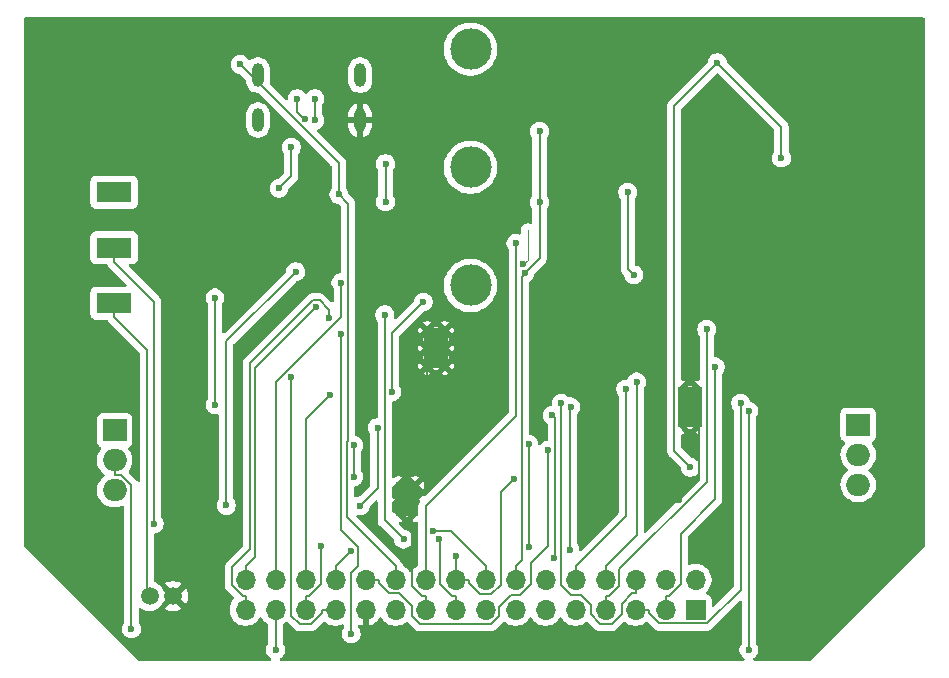
<source format=gbr>
%TF.GenerationSoftware,KiCad,Pcbnew,9.0.0*%
%TF.CreationDate,2025-04-06T21:49:29+02:00*%
%TF.ProjectId,_autosave-Innocent_schematic_without_fuse,5f617574-6f73-4617-9665-2d496e6e6f63,rev?*%
%TF.SameCoordinates,Original*%
%TF.FileFunction,Copper,L2,Bot*%
%TF.FilePolarity,Positive*%
%FSLAX46Y46*%
G04 Gerber Fmt 4.6, Leading zero omitted, Abs format (unit mm)*
G04 Created by KiCad (PCBNEW 9.0.0) date 2025-04-06 21:49:29*
%MOMM*%
%LPD*%
G01*
G04 APERTURE LIST*
%TA.AperFunction,ComponentPad*%
%ADD10C,3.500000*%
%TD*%
%TA.AperFunction,ComponentPad*%
%ADD11C,1.508000*%
%TD*%
%TA.AperFunction,ComponentPad*%
%ADD12R,3.000000X1.800000*%
%TD*%
%TA.AperFunction,HeatsinkPad*%
%ADD13C,0.500000*%
%TD*%
%TA.AperFunction,HeatsinkPad*%
%ADD14R,2.000000X3.500000*%
%TD*%
%TA.AperFunction,ComponentPad*%
%ADD15R,2.000000X1.905000*%
%TD*%
%TA.AperFunction,ComponentPad*%
%ADD16O,2.000000X1.905000*%
%TD*%
%TA.AperFunction,ComponentPad*%
%ADD17O,1.000000X2.000000*%
%TD*%
%TA.AperFunction,HeatsinkPad*%
%ADD18R,1.900000X2.900000*%
%TD*%
%TA.AperFunction,ComponentPad*%
%ADD19R,1.700000X1.700000*%
%TD*%
%TA.AperFunction,ComponentPad*%
%ADD20O,1.700000X1.700000*%
%TD*%
%TA.AperFunction,ViaPad*%
%ADD21C,0.600000*%
%TD*%
%TA.AperFunction,ViaPad*%
%ADD22C,0.125730*%
%TD*%
%TA.AperFunction,Conductor*%
%ADD23C,0.200000*%
%TD*%
%TA.AperFunction,Conductor*%
%ADD24C,0.062865*%
%TD*%
G04 APERTURE END LIST*
D10*
%TO.P,H3,1*%
%TO.N,N/C*%
X146180000Y-71200000D03*
%TD*%
D11*
%TO.P,P2,1,1*%
%TO.N,3.7V_in*%
X119000000Y-107500000D03*
%TO.P,P2,2,2*%
%TO.N,GND*%
X121000000Y-107500000D03*
%TD*%
D12*
%TO.P,SW1,1,C*%
%TO.N,unconnected-(SW1-C-Pad1)*%
X116000000Y-73300000D03*
%TO.P,SW1,2,B*%
%TO.N,3.7V_out*%
X116000000Y-78000000D03*
%TO.P,SW1,3,A*%
%TO.N,3.7V_in*%
X116000000Y-82700000D03*
%TD*%
D13*
%TO.P,U7,17,GND*%
%TO.N,GND*%
X165500000Y-93000000D03*
X165500000Y-91500000D03*
X165500000Y-90000000D03*
D14*
X164750000Y-91500000D03*
D13*
X164000000Y-93000000D03*
X164000000Y-91500000D03*
X164000000Y-90000000D03*
%TD*%
D10*
%TO.P,H4,1*%
%TO.N,N/C*%
X146180000Y-81200000D03*
%TD*%
D13*
%TO.P,U6,17,GND*%
%TO.N,GND*%
X142500000Y-85000000D03*
X142500000Y-86500000D03*
X142500000Y-88000000D03*
D14*
X143250000Y-86500000D03*
D13*
X144000000Y-85000000D03*
X144000000Y-86500000D03*
X144000000Y-88000000D03*
%TD*%
D15*
%TO.P,Q1,1,B*%
%TO.N,Net-(Q1-B)*%
X116055000Y-93460000D03*
D16*
%TO.P,Q1,2,C*%
%TO.N,/EXT_LOAD1_OUT*%
X116055000Y-96000000D03*
%TO.P,Q1,3,E*%
%TO.N,5V Out*%
X116055000Y-98540000D03*
%TD*%
D15*
%TO.P,Q4,1,B*%
%TO.N,Net-(Q4-B)*%
X179000000Y-93000000D03*
D16*
%TO.P,Q4,2,C*%
%TO.N,/EXT_LOAD2_OUT*%
X179000000Y-95540000D03*
%TO.P,Q4,3,E*%
%TO.N,5V Out*%
X179000000Y-98080000D03*
%TD*%
D10*
%TO.P,H2,1*%
%TO.N,N/C*%
X146180000Y-61200000D03*
%TD*%
D17*
%TO.P,J2,S1,SHIELD*%
%TO.N,GND*%
X136820000Y-67200000D03*
%TO.P,J2,S2*%
%TO.N,N/C*%
X128180000Y-67200000D03*
%TO.P,J2,S3*%
X136820000Y-63400000D03*
%TO.P,J2,S4*%
X128180000Y-63400000D03*
%TD*%
D13*
%TO.P,U2,9,EPAD*%
%TO.N,GND*%
X141500000Y-100500000D03*
X141500000Y-99300000D03*
X141500000Y-98100000D03*
D18*
X140800000Y-99300000D03*
D13*
X140100000Y-100500000D03*
X140100000Y-99300000D03*
X140100000Y-98100000D03*
%TD*%
D19*
%TO.P,J1,1,Pin_1*%
%TO.N,/MOTOR2_B_OUT*%
X165230000Y-108665000D03*
D20*
%TO.P,J1,2,Pin_2*%
%TO.N,/MOTOR2_A_OUT*%
X165230000Y-106125000D03*
%TO.P,J1,3,Pin_3*%
%TO.N,/MOTOR4_A_OUT*%
X162690000Y-108665000D03*
%TO.P,J1,4,Pin_4*%
%TO.N,/MOTOR2_CTRL1*%
X162690000Y-106125000D03*
%TO.P,J1,5,Pin_5*%
%TO.N,/MOTOR4_B_OUT*%
X160150000Y-108665000D03*
%TO.P,J1,6,Pin_6*%
%TO.N,/MOTOR2_CTRL2*%
X160150000Y-106125000D03*
%TO.P,J1,7,Pin_7*%
%TO.N,/CTRL_EXT_LOAD2*%
X157610000Y-108665000D03*
%TO.P,J1,8,Pin_8*%
%TO.N,/MOTOR4_CTRL1*%
X157610000Y-106125000D03*
%TO.P,J1,9,Pin_9*%
%TO.N,/USART2_RX*%
X155070000Y-108665000D03*
%TO.P,J1,10,Pin_10*%
%TO.N,/MOTOR4_CTRL2*%
X155070000Y-106125000D03*
%TO.P,J1,11,Pin_11*%
%TO.N,/EXT_LOAD2_OUT*%
X152530000Y-108665000D03*
%TO.P,J1,12,Pin_12*%
%TO.N,/USART2_TX*%
X152530000Y-106125000D03*
%TO.P,J1,13,Pin_13*%
%TO.N,/FAST_CHARGE_CTRL*%
X149990000Y-108665000D03*
%TO.P,J1,14,Pin_14*%
%TO.N,3.7V_out*%
X149990000Y-106125000D03*
%TO.P,J1,15,Pin_15*%
%TO.N,/RESV*%
X147450000Y-108665000D03*
%TO.P,J1,16,Pin_16*%
%TO.N,/I2C1_SCL*%
X147450000Y-106125000D03*
%TO.P,J1,17,Pin_17*%
%TO.N,/I2C1_SDA*%
X144910000Y-108665000D03*
%TO.P,J1,18,Pin_18*%
%TO.N,3V3 Out*%
X144910000Y-106125000D03*
%TO.P,J1,19,Pin_19*%
%TO.N,GND*%
X142370000Y-108665000D03*
%TO.P,J1,20,Pin_20*%
%TO.N,5V Out*%
X142370000Y-106125000D03*
%TO.P,J1,21,Pin_21*%
%TO.N,/EXT_LOAD1_OUT*%
X139830000Y-108665000D03*
%TO.P,J1,22,Pin_22*%
%TO.N,9V*%
X139830000Y-106125000D03*
%TO.P,J1,23,Pin_23*%
%TO.N,GND*%
X137290000Y-108665000D03*
%TO.P,J1,24,Pin_24*%
%TO.N,/MOTOR3_CTRL1*%
X137290000Y-106125000D03*
%TO.P,J1,25,Pin_25*%
%TO.N,/CTRL_EXT_LOAD1*%
X134750000Y-108665000D03*
%TO.P,J1,26,Pin_26*%
%TO.N,/MOTOR3_CTRL2*%
X134750000Y-106125000D03*
%TO.P,J1,27,Pin_27*%
%TO.N,/MOTOR3_A_OUT*%
X132210000Y-108665000D03*
%TO.P,J1,28,Pin_28*%
%TO.N,/MOTOR1_CTRL1*%
X132210000Y-106125000D03*
%TO.P,J1,29,Pin_29*%
%TO.N,/MOTOR3_B_OUT*%
X129670000Y-108665000D03*
%TO.P,J1,30,Pin_30*%
%TO.N,/MOTOR1_CTRL2*%
X129670000Y-106125000D03*
%TO.P,J1,31,Pin_31*%
%TO.N,/MOTOR1_B_OUT*%
X127130000Y-108665000D03*
%TO.P,J1,32,Pin_32*%
%TO.N,/MOTOR1_A_OUT*%
X127130000Y-106125000D03*
%TD*%
D21*
%TO.N,/CC1*%
X133000000Y-67205000D03*
X133000000Y-65400000D03*
%TO.N,/CC2*%
X132121015Y-67083985D03*
X131516292Y-65400000D03*
%TO.N,VBUS2*%
X131000000Y-69487500D03*
X129957800Y-72975000D03*
%TO.N,GND*%
X137000000Y-69487500D03*
X137000000Y-71721200D03*
%TO.N,5V Out*%
X150015500Y-77635900D03*
D22*
%TO.N,Net-(L2-Pad1)*%
X151000000Y-76500000D03*
D21*
X150615500Y-79395311D03*
D22*
X151000000Y-76500000D03*
D21*
%TO.N,3.7V_out*%
X150758100Y-80182500D03*
X119405700Y-101360000D03*
X152021700Y-68155000D03*
X152021700Y-74150700D03*
%TO.N,GND*%
X163830300Y-99328000D03*
X122022800Y-98865000D03*
%TO.N,VBUS2*%
X129957800Y-72975000D03*
%TO.N,5V*%
X124542400Y-91305200D03*
X124542400Y-82257100D03*
%TO.N,9V*%
X135034200Y-73500000D03*
X126667800Y-62479300D03*
%TO.N,Net-(U2-~{CHRG})*%
X136840600Y-99846000D03*
X138300800Y-93238000D03*
%TO.N,3V3 Out*%
X138912600Y-83685000D03*
X140500400Y-102674800D03*
X167082100Y-62346200D03*
X164789500Y-96598000D03*
X172503900Y-70412500D03*
X149889800Y-97560500D03*
X144910000Y-104079900D03*
%TO.N,/CTRL_EXT_LOAD1*%
X130997000Y-88912500D03*
%TO.N,/CTRL_EXT_LOAD2*%
X166173200Y-84914300D03*
%TO.N,Net-(R28-Pad2)*%
X159999000Y-80301300D03*
X159473900Y-73300300D03*
%TO.N,/EXT_LOAD1_OUT*%
X117469200Y-110289600D03*
%TO.N,IC2*%
X125486200Y-99824700D03*
X131364100Y-80040800D03*
%TO.N,/I2C1_SCL*%
X142992500Y-102009300D03*
%TO.N,/I2C1_SDA*%
X143495200Y-102652600D03*
%TO.N,/MOTOR2_A_OUT*%
X154566700Y-103559900D03*
X154645500Y-91482600D03*
%TO.N,/MOTOR1_CTRL2*%
X135202200Y-80965300D03*
%TO.N,/MOTOR2_B_OUT*%
X135228300Y-85334900D03*
X136067600Y-110689800D03*
%TO.N,/MOTOR1_CTRL1*%
X139517800Y-90196500D03*
X142170700Y-82602400D03*
X134261800Y-90445400D03*
%TO.N,/MOTOR2_CTRL1*%
X153235800Y-104243400D03*
X153081000Y-92184800D03*
%TO.N,/MOTOR2_CTRL2*%
X153837500Y-91169700D03*
%TO.N,/MOTOR1_B_OUT*%
X134216300Y-83947400D03*
%TO.N,/MOTOR1_A_OUT*%
X133112500Y-83055600D03*
%TO.N,/MOTOR3_CTRL1*%
X152721500Y-95153800D03*
%TO.N,/MOTOR3_B_OUT*%
X169747700Y-91825000D03*
X129670000Y-112050000D03*
X169747700Y-112050000D03*
%TO.N,/MOTOR4_CTRL1*%
X160236500Y-89366500D03*
%TO.N,/MOTOR4_CTRL2*%
X159316000Y-89968200D03*
%TO.N,/MOTOR4_B_OUT*%
X169047000Y-91175000D03*
%TO.N,/MOTOR3_CTRL2*%
X151094200Y-103384000D03*
X136066000Y-103678200D03*
X151094200Y-94662600D03*
%TO.N,/MOTOR4_A_OUT*%
X166908000Y-88100000D03*
%TO.N,/MOTOR3_A_OUT*%
X133499200Y-103294000D03*
%TO.N,Net-(IC1-BST)*%
X138978500Y-74115000D03*
X138978500Y-70904300D03*
%TO.N,3.7V_in*%
X136310800Y-94713200D03*
X136288800Y-97395000D03*
%TD*%
D23*
%TO.N,/CC1*%
X133000000Y-65400000D02*
X133000000Y-67205000D01*
%TO.N,/CC2*%
X132083985Y-67083985D02*
X132121015Y-67083985D01*
X131516292Y-66516292D02*
X132083985Y-67083985D01*
X131516292Y-65400000D02*
X131516292Y-66516292D01*
%TO.N,VBUS2*%
X131000000Y-71932800D02*
X129957800Y-72975000D01*
X131000000Y-69487500D02*
X131000000Y-71932800D01*
%TO.N,GND*%
X137000000Y-69487500D02*
X137000000Y-71721200D01*
%TO.N,3.7V_in*%
X116000000Y-83901700D02*
X118784900Y-86686600D01*
X136288800Y-94735200D02*
X136288800Y-97395000D01*
X118784900Y-86686600D02*
X118784900Y-107284900D01*
X118784900Y-107284900D02*
X119000000Y-107500000D01*
X116000000Y-82700000D02*
X116000000Y-83901700D01*
X136310800Y-94713200D02*
X136288800Y-94735200D01*
%TO.N,Net-(IC1-BST)*%
X138978500Y-74115000D02*
X138978500Y-70904300D01*
%TO.N,/MOTOR3_A_OUT*%
X133499200Y-106512000D02*
X133499200Y-103294000D01*
X132210000Y-108665000D02*
X132210000Y-107513300D01*
X132497900Y-107513300D02*
X133499200Y-106512000D01*
X132210000Y-107513300D02*
X132497900Y-107513300D01*
%TO.N,/MOTOR4_A_OUT*%
X166908000Y-88100000D02*
X166908000Y-99279900D01*
X162690000Y-108665000D02*
X162690000Y-107513300D01*
X166908000Y-99279900D02*
X163960000Y-102227900D01*
X163960000Y-102227900D02*
X163960000Y-106511800D01*
X163960000Y-106511800D02*
X162958500Y-107513300D01*
X162958500Y-107513300D02*
X162690000Y-107513300D01*
%TO.N,/MOTOR3_CTRL2*%
X151094200Y-103384000D02*
X151094200Y-94662600D01*
X134750000Y-106125000D02*
X134750000Y-104973300D01*
X134770900Y-104973300D02*
X136066000Y-103678200D01*
X134750000Y-104973300D02*
X134770900Y-104973300D01*
%TO.N,/MOTOR4_B_OUT*%
X166205000Y-109816700D02*
X169047000Y-106974700D01*
X169047000Y-106974700D02*
X169047000Y-91175000D01*
X161301700Y-108665000D02*
X161301700Y-108953000D01*
X162165400Y-109816700D02*
X166205000Y-109816700D01*
X161301700Y-108953000D02*
X162165400Y-109816700D01*
X160150000Y-108665000D02*
X161301700Y-108665000D01*
%TO.N,/MOTOR4_CTRL2*%
X155070000Y-104973300D02*
X159316000Y-100727300D01*
X159316000Y-100727300D02*
X159316000Y-89968200D01*
X155070000Y-106125000D02*
X155070000Y-104973300D01*
%TO.N,/MOTOR4_CTRL1*%
X160236500Y-102346800D02*
X157610000Y-104973300D01*
X157610000Y-106125000D02*
X157610000Y-104973300D01*
X160236500Y-89366500D02*
X160236500Y-102346800D01*
%TO.N,/MOTOR3_B_OUT*%
X169747700Y-112050000D02*
X169747700Y-91825000D01*
X129670000Y-108665000D02*
X129670000Y-112050000D01*
%TO.N,/MOTOR3_CTRL1*%
X141189800Y-109183700D02*
X141876700Y-109870600D01*
X151295000Y-104720100D02*
X152721500Y-103293600D01*
X152721500Y-103293600D02*
X152721500Y-95153800D01*
X151295000Y-106475400D02*
X151295000Y-104720100D01*
X148601700Y-109175600D02*
X148601700Y-108389200D01*
X149595900Y-107395000D02*
X150375400Y-107395000D01*
X150375400Y-107395000D02*
X151295000Y-106475400D01*
X147906700Y-109870600D02*
X148601700Y-109175600D01*
X139305400Y-107276700D02*
X140094700Y-107276700D01*
X138441700Y-106413000D02*
X139305400Y-107276700D01*
X140094700Y-107276700D02*
X141189800Y-108371800D01*
X141189800Y-108371800D02*
X141189800Y-109183700D01*
X138441700Y-106125000D02*
X138441700Y-106413000D01*
X141876700Y-109870600D02*
X147906700Y-109870600D01*
X137290000Y-106125000D02*
X138441700Y-106125000D01*
X148601700Y-108389200D02*
X149595900Y-107395000D01*
%TO.N,/MOTOR1_A_OUT*%
X127944400Y-104158900D02*
X127944400Y-88223700D01*
X127130000Y-106125000D02*
X127130000Y-104973300D01*
X127944400Y-88223700D02*
X133112500Y-83055600D01*
X127130000Y-104973300D02*
X127944400Y-104158900D01*
%TO.N,/MOTOR1_B_OUT*%
X125978300Y-105080100D02*
X127503400Y-103555000D01*
X132809000Y-82450400D02*
X133401500Y-82450400D01*
X127503400Y-103555000D02*
X127503400Y-87756000D01*
X126889500Y-107513300D02*
X125978300Y-106602100D01*
X125978300Y-106602100D02*
X125978300Y-105080100D01*
X127130000Y-108665000D02*
X127130000Y-107513300D01*
X127503400Y-87756000D02*
X132809000Y-82450400D01*
X134216300Y-83265200D02*
X134216300Y-83947400D01*
X133401500Y-82450400D02*
X134216300Y-83265200D01*
X127130000Y-107513300D02*
X126889500Y-107513300D01*
%TO.N,/MOTOR2_CTRL2*%
X160150000Y-106125000D02*
X160150000Y-107276700D01*
X158998300Y-108977100D02*
X158114600Y-109860800D01*
X154651600Y-107395000D02*
X153837500Y-106580900D01*
X158114600Y-109860800D02*
X157151200Y-109860800D01*
X156340000Y-109049600D02*
X156340000Y-108246700D01*
X159862000Y-107276700D02*
X158998300Y-108140400D01*
X153837500Y-106580900D02*
X153837500Y-91169700D01*
X160150000Y-107276700D02*
X159862000Y-107276700D01*
X158998300Y-108140400D02*
X158998300Y-108977100D01*
X157151200Y-109860800D02*
X156340000Y-109049600D01*
X156340000Y-108246700D02*
X155488300Y-107395000D01*
X155488300Y-107395000D02*
X154651600Y-107395000D01*
%TO.N,/MOTOR2_CTRL1*%
X153323200Y-92427000D02*
X153081000Y-92184800D01*
X153235800Y-104243400D02*
X153323200Y-104156000D01*
X153323200Y-104156000D02*
X153323200Y-92427000D01*
%TO.N,/MOTOR1_CTRL1*%
X132210000Y-92497200D02*
X134261800Y-90445400D01*
X132210000Y-106125000D02*
X132210000Y-92497200D01*
X142170700Y-82602400D02*
X139517800Y-85255300D01*
X139517800Y-85255300D02*
X139517800Y-90196500D01*
%TO.N,/MOTOR2_B_OUT*%
X135228300Y-85334900D02*
X135228300Y-101938900D01*
X135228300Y-101938900D02*
X136667800Y-103378400D01*
X136667800Y-104974800D02*
X136067600Y-105575000D01*
X136667800Y-103378400D02*
X136667800Y-104974800D01*
X136067600Y-105575000D02*
X136067600Y-110689800D01*
%TO.N,/MOTOR1_CTRL2*%
X129670000Y-106125000D02*
X129670000Y-89366900D01*
X135202200Y-83834700D02*
X135202200Y-80965300D01*
X129670000Y-89366900D02*
X135202200Y-83834700D01*
%TO.N,/MOTOR2_A_OUT*%
X154566700Y-103559900D02*
X154566700Y-91561400D01*
X154566700Y-91561400D02*
X154645500Y-91482600D01*
%TO.N,/I2C1_SDA*%
X144622100Y-107513300D02*
X143561400Y-106452600D01*
X144910000Y-107513300D02*
X144622100Y-107513300D01*
X143561400Y-106452600D02*
X143561400Y-102718800D01*
X143561400Y-102718800D02*
X143495200Y-102652600D01*
X144910000Y-108665000D02*
X144910000Y-107513300D01*
%TO.N,/I2C1_SCL*%
X147450000Y-104973300D02*
X144486000Y-102009300D01*
X147450000Y-106125000D02*
X147450000Y-104973300D01*
X144486000Y-102009300D02*
X142992500Y-102009300D01*
%TO.N,IC2*%
X131364100Y-80040800D02*
X125486200Y-85918700D01*
X125486200Y-85918700D02*
X125486200Y-99824700D01*
%TO.N,/EXT_LOAD1_OUT*%
X116055000Y-97254200D02*
X116603700Y-97254200D01*
X116055000Y-96000000D02*
X116055000Y-97254200D01*
X116603700Y-97254200D02*
X117469200Y-98119700D01*
X117469200Y-98119700D02*
X117469200Y-110289600D01*
%TO.N,Net-(R28-Pad2)*%
X159473900Y-79776200D02*
X159999000Y-80301300D01*
X159473900Y-73300300D02*
X159473900Y-79776200D01*
%TO.N,/CTRL_EXT_LOAD2*%
X157610000Y-108665000D02*
X157610000Y-107513300D01*
X158761700Y-106649600D02*
X158761700Y-105247500D01*
X166173200Y-97836000D02*
X166173200Y-84914300D01*
X157898000Y-107513300D02*
X158761700Y-106649600D01*
X157610000Y-107513300D02*
X157898000Y-107513300D01*
X158761700Y-105247500D02*
X166173200Y-97836000D01*
%TO.N,/CTRL_EXT_LOAD1*%
X131732900Y-109883000D02*
X130997000Y-109147100D01*
X133598300Y-108952900D02*
X132668200Y-109883000D01*
X133598300Y-108665000D02*
X133598300Y-108952900D01*
X130997000Y-109147100D02*
X130997000Y-88912500D01*
X134750000Y-108665000D02*
X133598300Y-108665000D01*
X132668200Y-109883000D02*
X131732900Y-109883000D01*
%TO.N,3V3 Out*%
X163436900Y-65991400D02*
X163436900Y-95245400D01*
X146061700Y-106412900D02*
X146061700Y-106125000D01*
X147928200Y-107335100D02*
X146983900Y-107335100D01*
X167082100Y-62346200D02*
X163436900Y-65991400D01*
X163436900Y-95245400D02*
X164789500Y-96598000D01*
X138912600Y-83685000D02*
X138912600Y-101087000D01*
X138912600Y-101087000D02*
X140500400Y-102674800D01*
X144910000Y-106125000D02*
X144910000Y-104079900D01*
X172503900Y-70412500D02*
X172503900Y-67768000D01*
X149889800Y-97560500D02*
X148720000Y-98730300D01*
X148720000Y-106543300D02*
X147928200Y-107335100D01*
X146983900Y-107335100D02*
X146061700Y-106412900D01*
X144910000Y-106125000D02*
X146061700Y-106125000D01*
X148720000Y-98730300D02*
X148720000Y-106543300D01*
X172503900Y-67768000D02*
X167082100Y-62346200D01*
%TO.N,Net-(U2-~{CHRG})*%
X138300800Y-93238000D02*
X138300800Y-98385800D01*
X138300800Y-98385800D02*
X136840600Y-99846000D01*
%TO.N,9V*%
X135687100Y-100830400D02*
X139830000Y-104973300D01*
X135830000Y-74295800D02*
X135830000Y-94343200D01*
X135830000Y-94343200D02*
X135687100Y-94486100D01*
X135034200Y-73500000D02*
X135830000Y-74295800D01*
X135034200Y-70845700D02*
X126667800Y-62479300D01*
X135687100Y-94486100D02*
X135687100Y-100830400D01*
X135034200Y-73500000D02*
X135034200Y-70845700D01*
X139830000Y-106125000D02*
X139830000Y-104973300D01*
%TO.N,5V*%
X124542400Y-91305200D02*
X124542400Y-82257100D01*
%TO.N,GND*%
X140800000Y-99300000D02*
X141500000Y-99300000D01*
X141500000Y-98100000D02*
X142500000Y-97100000D01*
X142082100Y-107513300D02*
X141189600Y-106620800D01*
X164000000Y-91500000D02*
X164000000Y-93000000D01*
X142500000Y-88000000D02*
X142500000Y-86500000D01*
X144000000Y-88000000D02*
X144000000Y-86500000D01*
X141189600Y-100810400D02*
X141500000Y-100500000D01*
X122022800Y-106477200D02*
X122022800Y-98865000D01*
X165500000Y-93000000D02*
X165500000Y-97658300D01*
X141189600Y-106620800D02*
X141189600Y-100810400D01*
X164000000Y-90000000D02*
X164000000Y-91500000D01*
X164750000Y-91500000D02*
X164000000Y-91500000D01*
X142370000Y-108665000D02*
X142370000Y-107513300D01*
X141500000Y-98100000D02*
X141500000Y-99300000D01*
X142370000Y-107513300D02*
X142082100Y-107513300D01*
X140100000Y-100500000D02*
X140100000Y-99300000D01*
X144000000Y-86500000D02*
X144000000Y-85000000D01*
X121000000Y-107500000D02*
X122022800Y-106477200D01*
X165500000Y-97658300D02*
X163830300Y-99328000D01*
X142500000Y-97100000D02*
X142500000Y-88000000D01*
X143250000Y-86500000D02*
X144000000Y-86500000D01*
X140100000Y-98100000D02*
X140100000Y-99300000D01*
X141500000Y-99300000D02*
X141500000Y-100500000D01*
%TO.N,3.7V_out*%
X149990000Y-106125000D02*
X149990000Y-104973300D01*
X116000000Y-78000000D02*
X116000000Y-79201700D01*
X150758100Y-80182500D02*
X152021700Y-78918900D01*
X152021700Y-74150700D02*
X152021700Y-68155000D01*
X150758100Y-80182500D02*
X150491600Y-80449000D01*
X119405700Y-82607400D02*
X119405700Y-101360000D01*
X150491600Y-104471700D02*
X149990000Y-104973300D01*
X150491600Y-80449000D02*
X150491600Y-104471700D01*
X152021700Y-78918900D02*
X152021700Y-74150700D01*
X116000000Y-79201700D02*
X119405700Y-82607400D01*
D24*
%TO.N,Net-(L2-Pad1)*%
X151000000Y-79010811D02*
X150615500Y-79395311D01*
X151000000Y-76500000D02*
X151000000Y-79010811D01*
D23*
%TO.N,5V Out*%
X150015500Y-92227500D02*
X150015500Y-77635900D01*
X142370000Y-106125000D02*
X142370000Y-104973300D01*
X142370000Y-99873000D02*
X150015500Y-92227500D01*
X142370000Y-104973300D02*
X142370000Y-99873000D01*
%TD*%
%TA.AperFunction,Conductor*%
%TO.N,GND*%
G36*
X184592539Y-58520185D02*
G01*
X184638294Y-58572989D01*
X184649500Y-58624500D01*
X184649500Y-103211324D01*
X184629815Y-103278363D01*
X184613181Y-103299005D01*
X174979005Y-112933181D01*
X174917682Y-112966666D01*
X174891324Y-112969500D01*
X170221207Y-112969500D01*
X170154168Y-112949815D01*
X170108413Y-112897011D01*
X170098469Y-112827853D01*
X170127494Y-112764297D01*
X170152316Y-112742398D01*
X170196448Y-112712909D01*
X170257989Y-112671789D01*
X170369489Y-112560289D01*
X170457094Y-112429179D01*
X170517437Y-112283497D01*
X170548200Y-112128842D01*
X170548200Y-111971158D01*
X170548200Y-111971155D01*
X170548199Y-111971153D01*
X170517438Y-111816510D01*
X170517437Y-111816503D01*
X170517435Y-111816498D01*
X170457097Y-111670827D01*
X170457090Y-111670814D01*
X170369098Y-111539125D01*
X170348220Y-111472447D01*
X170348200Y-111470234D01*
X170348200Y-92404765D01*
X170367885Y-92337726D01*
X170369098Y-92335874D01*
X170457090Y-92204185D01*
X170457090Y-92204184D01*
X170457094Y-92204179D01*
X170517437Y-92058497D01*
X170527680Y-92007000D01*
X170529145Y-91999635D01*
X177499500Y-91999635D01*
X177499500Y-94000370D01*
X177499501Y-94000376D01*
X177505908Y-94059983D01*
X177556202Y-94194828D01*
X177556206Y-94194835D01*
X177642452Y-94310044D01*
X177642455Y-94310047D01*
X177757664Y-94396293D01*
X177757669Y-94396296D01*
X177785539Y-94406690D01*
X177841473Y-94448561D01*
X177865891Y-94514024D01*
X177851040Y-94582298D01*
X177842525Y-94595759D01*
X177709783Y-94778461D01*
X177605950Y-94982244D01*
X177535278Y-95199750D01*
X177535278Y-95199753D01*
X177525699Y-95260235D01*
X177499500Y-95425646D01*
X177499500Y-95654354D01*
X177501042Y-95664089D01*
X177535278Y-95880246D01*
X177535278Y-95880249D01*
X177605950Y-96097755D01*
X177709783Y-96301538D01*
X177844214Y-96486566D01*
X178005934Y-96648286D01*
X178041303Y-96673983D01*
X178090438Y-96709682D01*
X178133103Y-96765013D01*
X178139082Y-96834626D01*
X178106476Y-96896421D01*
X178090438Y-96910318D01*
X178005932Y-96971715D01*
X177844216Y-97133431D01*
X177844216Y-97133432D01*
X177844214Y-97133434D01*
X177809427Y-97181314D01*
X177709783Y-97318461D01*
X177605950Y-97522244D01*
X177535278Y-97739750D01*
X177535278Y-97739753D01*
X177509060Y-97905288D01*
X177499500Y-97965646D01*
X177499500Y-98194354D01*
X177500394Y-98200000D01*
X177535278Y-98420246D01*
X177535278Y-98420249D01*
X177605950Y-98637755D01*
X177696446Y-98815362D01*
X177709783Y-98841538D01*
X177844214Y-99026566D01*
X178005934Y-99188286D01*
X178190962Y-99322717D01*
X178356210Y-99406915D01*
X178394744Y-99426549D01*
X178612251Y-99497221D01*
X178612252Y-99497221D01*
X178612255Y-99497222D01*
X178838146Y-99533000D01*
X178838147Y-99533000D01*
X179161853Y-99533000D01*
X179161854Y-99533000D01*
X179387745Y-99497222D01*
X179387748Y-99497221D01*
X179387749Y-99497221D01*
X179605255Y-99426549D01*
X179605255Y-99426548D01*
X179605258Y-99426548D01*
X179809038Y-99322717D01*
X179994066Y-99188286D01*
X180155786Y-99026566D01*
X180290217Y-98841538D01*
X180394048Y-98637758D01*
X180410660Y-98586631D01*
X180464721Y-98420249D01*
X180464721Y-98420248D01*
X180464722Y-98420245D01*
X180500500Y-98194354D01*
X180500500Y-97965646D01*
X180464722Y-97739755D01*
X180464721Y-97739751D01*
X180464721Y-97739750D01*
X180394049Y-97522244D01*
X180364190Y-97463642D01*
X180290217Y-97318462D01*
X180155786Y-97133434D01*
X179994066Y-96971714D01*
X179909559Y-96910316D01*
X179866896Y-96854988D01*
X179860917Y-96785375D01*
X179893523Y-96723580D01*
X179909556Y-96709685D01*
X179994066Y-96648286D01*
X180155786Y-96486566D01*
X180290217Y-96301538D01*
X180394048Y-96097758D01*
X180411687Y-96043472D01*
X180464721Y-95880249D01*
X180464721Y-95880248D01*
X180464722Y-95880245D01*
X180500500Y-95654354D01*
X180500500Y-95425646D01*
X180464722Y-95199755D01*
X180464721Y-95199751D01*
X180464721Y-95199750D01*
X180394049Y-94982244D01*
X180363302Y-94921899D01*
X180290217Y-94778462D01*
X180157472Y-94595755D01*
X180133994Y-94529953D01*
X180149819Y-94461899D01*
X180199925Y-94413204D01*
X180214455Y-94406692D01*
X180242331Y-94396296D01*
X180357546Y-94310046D01*
X180443796Y-94194831D01*
X180494091Y-94059983D01*
X180500500Y-94000373D01*
X180500499Y-91999628D01*
X180494091Y-91940017D01*
X180489337Y-91927272D01*
X180443797Y-91805171D01*
X180443793Y-91805164D01*
X180357547Y-91689955D01*
X180357544Y-91689952D01*
X180242335Y-91603706D01*
X180242328Y-91603702D01*
X180107482Y-91553408D01*
X180107483Y-91553408D01*
X180047883Y-91547001D01*
X180047881Y-91547000D01*
X180047873Y-91547000D01*
X180047864Y-91547000D01*
X177952129Y-91547000D01*
X177952123Y-91547001D01*
X177892516Y-91553408D01*
X177757671Y-91603702D01*
X177757664Y-91603706D01*
X177642455Y-91689952D01*
X177642452Y-91689955D01*
X177556206Y-91805164D01*
X177556202Y-91805171D01*
X177505908Y-91940017D01*
X177499501Y-91999616D01*
X177499501Y-91999623D01*
X177499500Y-91999635D01*
X170529145Y-91999635D01*
X170534620Y-91972115D01*
X170534620Y-91972114D01*
X170548200Y-91903844D01*
X170548200Y-91746155D01*
X170548199Y-91746153D01*
X170536092Y-91685289D01*
X170517437Y-91591503D01*
X170504986Y-91561444D01*
X170457097Y-91445827D01*
X170457090Y-91445814D01*
X170369489Y-91314711D01*
X170369486Y-91314707D01*
X170257992Y-91203213D01*
X170257988Y-91203210D01*
X170126885Y-91115609D01*
X170126872Y-91115602D01*
X169981201Y-91055264D01*
X169981189Y-91055261D01*
X169914784Y-91042052D01*
X169852873Y-91009667D01*
X169818299Y-90948951D01*
X169817356Y-90944617D01*
X169816737Y-90941504D01*
X169816736Y-90941501D01*
X169814544Y-90936210D01*
X169801651Y-90905082D01*
X169756397Y-90795827D01*
X169756390Y-90795814D01*
X169668789Y-90664711D01*
X169668786Y-90664707D01*
X169557292Y-90553213D01*
X169557288Y-90553210D01*
X169426185Y-90465609D01*
X169426172Y-90465602D01*
X169280501Y-90405264D01*
X169280489Y-90405261D01*
X169125845Y-90374500D01*
X169125842Y-90374500D01*
X168968158Y-90374500D01*
X168968155Y-90374500D01*
X168813510Y-90405261D01*
X168813498Y-90405264D01*
X168667827Y-90465602D01*
X168667814Y-90465609D01*
X168536711Y-90553210D01*
X168536707Y-90553213D01*
X168425213Y-90664707D01*
X168425210Y-90664711D01*
X168337609Y-90795814D01*
X168337602Y-90795827D01*
X168277264Y-90941498D01*
X168277261Y-90941510D01*
X168246500Y-91096153D01*
X168246500Y-91253846D01*
X168277261Y-91408489D01*
X168277264Y-91408501D01*
X168337602Y-91554172D01*
X168337609Y-91554185D01*
X168425602Y-91685874D01*
X168446480Y-91752551D01*
X168446500Y-91754765D01*
X168446500Y-106674602D01*
X168426815Y-106741641D01*
X168410181Y-106762283D01*
X166792180Y-108380284D01*
X166730857Y-108413769D01*
X166661165Y-108408785D01*
X166605232Y-108366913D01*
X166580815Y-108301449D01*
X166580499Y-108292603D01*
X166580499Y-107767129D01*
X166580498Y-107767123D01*
X166580457Y-107766745D01*
X166574091Y-107707517D01*
X166572709Y-107703813D01*
X166523797Y-107572671D01*
X166523793Y-107572664D01*
X166437547Y-107457455D01*
X166437544Y-107457452D01*
X166322335Y-107371206D01*
X166322328Y-107371202D01*
X166190917Y-107322189D01*
X166134983Y-107280318D01*
X166110566Y-107214853D01*
X166125418Y-107146580D01*
X166146563Y-107118332D01*
X166260104Y-107004792D01*
X166266302Y-106996262D01*
X166385048Y-106832820D01*
X166385047Y-106832820D01*
X166385051Y-106832816D01*
X166481557Y-106643412D01*
X166547246Y-106441243D01*
X166580500Y-106231287D01*
X166580500Y-106018713D01*
X166547246Y-105808757D01*
X166481557Y-105606588D01*
X166385051Y-105417184D01*
X166385049Y-105417181D01*
X166385048Y-105417179D01*
X166260109Y-105245213D01*
X166109786Y-105094890D01*
X165937820Y-104969951D01*
X165748414Y-104873444D01*
X165748413Y-104873443D01*
X165748412Y-104873443D01*
X165546243Y-104807754D01*
X165546241Y-104807753D01*
X165546240Y-104807753D01*
X165384957Y-104782208D01*
X165336287Y-104774500D01*
X165123713Y-104774500D01*
X165084202Y-104780757D01*
X164913759Y-104807753D01*
X164722818Y-104869794D01*
X164652977Y-104871789D01*
X164593144Y-104835709D01*
X164562316Y-104773008D01*
X164560500Y-104751863D01*
X164560500Y-102527997D01*
X164580185Y-102460958D01*
X164596819Y-102440316D01*
X165950159Y-101086976D01*
X167388520Y-99648616D01*
X167467577Y-99511684D01*
X167508501Y-99358957D01*
X167508501Y-99200842D01*
X167508501Y-99193247D01*
X167508500Y-99193229D01*
X167508500Y-88679765D01*
X167528185Y-88612726D01*
X167529398Y-88610874D01*
X167617390Y-88479185D01*
X167617390Y-88479184D01*
X167617394Y-88479179D01*
X167620188Y-88472435D01*
X167635231Y-88436116D01*
X167677737Y-88333497D01*
X167708500Y-88178842D01*
X167708500Y-88021158D01*
X167708500Y-88021155D01*
X167708499Y-88021153D01*
X167677738Y-87866510D01*
X167677737Y-87866503D01*
X167664712Y-87835057D01*
X167617397Y-87720827D01*
X167617390Y-87720814D01*
X167529789Y-87589711D01*
X167529786Y-87589707D01*
X167418292Y-87478213D01*
X167418288Y-87478210D01*
X167287185Y-87390609D01*
X167287172Y-87390602D01*
X167141501Y-87330264D01*
X167141489Y-87330261D01*
X166986845Y-87299500D01*
X166986842Y-87299500D01*
X166897700Y-87299500D01*
X166830661Y-87279815D01*
X166784906Y-87227011D01*
X166773700Y-87175500D01*
X166773700Y-85494065D01*
X166793385Y-85427026D01*
X166794598Y-85425174D01*
X166802890Y-85412765D01*
X166882594Y-85293479D01*
X166942937Y-85147797D01*
X166973700Y-84993142D01*
X166973700Y-84835458D01*
X166973700Y-84835455D01*
X166973699Y-84835453D01*
X166962915Y-84781240D01*
X166942937Y-84680803D01*
X166904637Y-84588338D01*
X166882597Y-84535127D01*
X166882590Y-84535114D01*
X166794989Y-84404011D01*
X166794986Y-84404007D01*
X166683492Y-84292513D01*
X166683488Y-84292510D01*
X166552385Y-84204909D01*
X166552372Y-84204902D01*
X166406701Y-84144564D01*
X166406689Y-84144561D01*
X166252045Y-84113800D01*
X166252042Y-84113800D01*
X166094358Y-84113800D01*
X166094355Y-84113800D01*
X165939710Y-84144561D01*
X165939698Y-84144564D01*
X165794027Y-84204902D01*
X165794014Y-84204909D01*
X165662911Y-84292510D01*
X165662907Y-84292513D01*
X165551413Y-84404007D01*
X165551410Y-84404011D01*
X165463809Y-84535114D01*
X165463802Y-84535127D01*
X165403464Y-84680798D01*
X165403461Y-84680810D01*
X165372700Y-84835453D01*
X165372700Y-84993146D01*
X165403461Y-85147789D01*
X165403464Y-85147801D01*
X165463802Y-85293472D01*
X165463809Y-85293485D01*
X165551802Y-85425174D01*
X165572680Y-85491851D01*
X165572700Y-85494065D01*
X165572700Y-89126000D01*
X165553015Y-89193039D01*
X165500211Y-89238794D01*
X165448700Y-89250000D01*
X165426128Y-89250000D01*
X165281240Y-89278820D01*
X165281228Y-89278823D01*
X165175974Y-89322420D01*
X165175974Y-89322421D01*
X165536381Y-89682827D01*
X165551084Y-89709754D01*
X165567677Y-89735573D01*
X165568568Y-89741773D01*
X165569866Y-89744150D01*
X165572700Y-89770508D01*
X165572700Y-89875938D01*
X165560138Y-89918717D01*
X165556645Y-89915224D01*
X165519891Y-89900000D01*
X165480109Y-89900000D01*
X165443355Y-89915224D01*
X165415224Y-89943355D01*
X165400000Y-89980109D01*
X165400000Y-90019891D01*
X165415224Y-90056645D01*
X165443355Y-90084776D01*
X165480109Y-90100000D01*
X165519891Y-90100000D01*
X165556645Y-90084776D01*
X165561658Y-90079762D01*
X165567677Y-90089127D01*
X165568568Y-90095327D01*
X165569866Y-90097704D01*
X165572700Y-90124062D01*
X165572700Y-90229491D01*
X165553015Y-90296530D01*
X165536381Y-90317172D01*
X165175974Y-90677577D01*
X165185568Y-90725808D01*
X165185568Y-90774190D01*
X165175974Y-90822421D01*
X165536381Y-91182827D01*
X165551084Y-91209754D01*
X165567677Y-91235573D01*
X165568568Y-91241773D01*
X165569866Y-91244150D01*
X165572700Y-91270508D01*
X165572700Y-91375938D01*
X165560138Y-91418717D01*
X165556645Y-91415224D01*
X165519891Y-91400000D01*
X165480109Y-91400000D01*
X165443355Y-91415224D01*
X165415224Y-91443355D01*
X165400000Y-91480109D01*
X165400000Y-91519891D01*
X165415224Y-91556645D01*
X165443355Y-91584776D01*
X165480109Y-91600000D01*
X165519891Y-91600000D01*
X165556645Y-91584776D01*
X165561658Y-91579762D01*
X165567677Y-91589127D01*
X165568568Y-91595327D01*
X165569866Y-91597704D01*
X165572700Y-91624062D01*
X165572700Y-91729491D01*
X165553015Y-91796530D01*
X165536381Y-91817172D01*
X165175974Y-92177577D01*
X165185568Y-92225808D01*
X165185568Y-92274190D01*
X165175974Y-92322421D01*
X165536381Y-92682827D01*
X165551084Y-92709754D01*
X165567677Y-92735573D01*
X165568568Y-92741773D01*
X165569866Y-92744150D01*
X165572700Y-92770508D01*
X165572700Y-92875938D01*
X165560138Y-92918717D01*
X165556645Y-92915224D01*
X165519891Y-92900000D01*
X165480109Y-92900000D01*
X165443355Y-92915224D01*
X165415224Y-92943355D01*
X165400000Y-92980109D01*
X165400000Y-93019891D01*
X165415224Y-93056645D01*
X165443355Y-93084776D01*
X165480109Y-93100000D01*
X165519891Y-93100000D01*
X165556645Y-93084776D01*
X165561658Y-93079762D01*
X165567677Y-93089127D01*
X165568568Y-93095327D01*
X165569866Y-93097704D01*
X165572700Y-93124062D01*
X165572700Y-93229491D01*
X165553015Y-93296530D01*
X165536381Y-93317172D01*
X165175975Y-93677577D01*
X165281236Y-93721178D01*
X165281240Y-93721179D01*
X165426126Y-93749999D01*
X165426129Y-93750000D01*
X165448700Y-93750000D01*
X165515739Y-93769685D01*
X165561494Y-93822489D01*
X165572700Y-93874000D01*
X165572700Y-95949759D01*
X165553015Y-96016798D01*
X165500211Y-96062553D01*
X165431053Y-96072497D01*
X165367497Y-96043472D01*
X165361019Y-96037440D01*
X165299792Y-95976213D01*
X165299788Y-95976210D01*
X165168685Y-95888609D01*
X165168672Y-95888602D01*
X165023001Y-95828264D01*
X165022991Y-95828261D01*
X164867649Y-95797361D01*
X164805738Y-95764976D01*
X164804160Y-95763425D01*
X164073719Y-95032984D01*
X164040234Y-94971661D01*
X164037400Y-94945303D01*
X164037400Y-93859018D01*
X164057085Y-93791979D01*
X164109889Y-93746224D01*
X164137209Y-93737401D01*
X164218760Y-93721179D01*
X164218775Y-93721175D01*
X164324024Y-93677578D01*
X164324024Y-93677577D01*
X164073719Y-93427272D01*
X164040234Y-93365949D01*
X164037400Y-93339591D01*
X164037400Y-93092747D01*
X164056645Y-93084776D01*
X164084776Y-93056645D01*
X164100000Y-93019891D01*
X164100000Y-92999999D01*
X164353554Y-92999999D01*
X164353554Y-93000001D01*
X164677576Y-93324023D01*
X164725807Y-93314430D01*
X164774191Y-93314430D01*
X164822422Y-93324024D01*
X165146446Y-93000000D01*
X165146446Y-92999999D01*
X164822421Y-92675974D01*
X164774190Y-92685568D01*
X164725808Y-92685568D01*
X164677577Y-92675974D01*
X164353554Y-92999999D01*
X164100000Y-92999999D01*
X164100000Y-92980109D01*
X164084776Y-92943355D01*
X164056645Y-92915224D01*
X164037400Y-92907252D01*
X164037400Y-92660407D01*
X164057085Y-92593368D01*
X164073719Y-92572726D01*
X164324023Y-92322421D01*
X164314430Y-92274191D01*
X164314430Y-92225807D01*
X164324023Y-92177576D01*
X164073719Y-91927272D01*
X164040234Y-91865949D01*
X164037400Y-91839591D01*
X164037400Y-91592747D01*
X164056645Y-91584776D01*
X164084776Y-91556645D01*
X164100000Y-91519891D01*
X164100000Y-91499999D01*
X164353554Y-91499999D01*
X164353554Y-91500001D01*
X164677576Y-91824023D01*
X164725807Y-91814430D01*
X164774191Y-91814430D01*
X164822422Y-91824024D01*
X165146446Y-91500000D01*
X165146446Y-91499999D01*
X164822421Y-91175974D01*
X164774190Y-91185568D01*
X164725808Y-91185568D01*
X164677577Y-91175974D01*
X164353554Y-91499999D01*
X164100000Y-91499999D01*
X164100000Y-91480109D01*
X164084776Y-91443355D01*
X164056645Y-91415224D01*
X164037400Y-91407252D01*
X164037400Y-91160407D01*
X164057085Y-91093368D01*
X164073719Y-91072726D01*
X164324023Y-90822421D01*
X164314430Y-90774191D01*
X164314430Y-90725807D01*
X164324023Y-90677576D01*
X164073719Y-90427272D01*
X164040234Y-90365949D01*
X164037400Y-90339591D01*
X164037400Y-90092747D01*
X164056645Y-90084776D01*
X164084776Y-90056645D01*
X164100000Y-90019891D01*
X164100000Y-89999999D01*
X164353554Y-89999999D01*
X164353554Y-90000001D01*
X164677576Y-90324023D01*
X164725807Y-90314430D01*
X164774191Y-90314430D01*
X164822422Y-90324024D01*
X165146446Y-90000000D01*
X165146446Y-89999999D01*
X164822421Y-89675974D01*
X164774190Y-89685568D01*
X164725808Y-89685568D01*
X164677577Y-89675974D01*
X164353554Y-89999999D01*
X164100000Y-89999999D01*
X164100000Y-89980109D01*
X164084776Y-89943355D01*
X164056645Y-89915224D01*
X164037400Y-89907252D01*
X164037400Y-89660407D01*
X164057085Y-89593368D01*
X164073719Y-89572726D01*
X164324023Y-89322421D01*
X164218767Y-89278822D01*
X164218761Y-89278820D01*
X164137208Y-89262598D01*
X164075297Y-89230213D01*
X164040723Y-89169497D01*
X164037400Y-89140981D01*
X164037400Y-66291497D01*
X164057085Y-66224458D01*
X164073719Y-66203816D01*
X166994419Y-63283116D01*
X167055742Y-63249631D01*
X167125434Y-63254615D01*
X167169781Y-63283116D01*
X171867081Y-67980416D01*
X171900566Y-68041739D01*
X171903400Y-68068097D01*
X171903400Y-69832734D01*
X171883715Y-69899773D01*
X171882502Y-69901625D01*
X171794509Y-70033314D01*
X171794502Y-70033327D01*
X171734164Y-70178998D01*
X171734161Y-70179010D01*
X171703400Y-70333653D01*
X171703400Y-70491346D01*
X171734161Y-70645989D01*
X171734164Y-70646001D01*
X171794502Y-70791672D01*
X171794509Y-70791685D01*
X171882110Y-70922788D01*
X171882113Y-70922792D01*
X171993607Y-71034286D01*
X171993611Y-71034289D01*
X172124714Y-71121890D01*
X172124727Y-71121897D01*
X172182428Y-71145797D01*
X172270403Y-71182237D01*
X172425053Y-71212999D01*
X172425056Y-71213000D01*
X172425058Y-71213000D01*
X172582744Y-71213000D01*
X172582745Y-71212999D01*
X172737397Y-71182237D01*
X172883079Y-71121894D01*
X173014189Y-71034289D01*
X173125689Y-70922789D01*
X173213294Y-70791679D01*
X173273637Y-70645997D01*
X173304400Y-70491342D01*
X173304400Y-70333658D01*
X173304400Y-70333655D01*
X173304399Y-70333653D01*
X173273637Y-70179003D01*
X173255230Y-70134564D01*
X173213297Y-70033327D01*
X173213290Y-70033314D01*
X173125298Y-69901625D01*
X173104420Y-69834947D01*
X173104400Y-69832734D01*
X173104400Y-67688945D01*
X173104400Y-67688943D01*
X173085838Y-67619669D01*
X173063477Y-67536215D01*
X173015260Y-67452701D01*
X172984420Y-67399284D01*
X172872616Y-67287480D01*
X172868285Y-67283149D01*
X172868274Y-67283139D01*
X167916674Y-62331539D01*
X167883189Y-62270216D01*
X167882738Y-62268049D01*
X167853858Y-62122863D01*
X167851837Y-62112703D01*
X167846628Y-62100127D01*
X167791497Y-61967027D01*
X167791490Y-61967014D01*
X167703889Y-61835911D01*
X167703886Y-61835907D01*
X167592392Y-61724413D01*
X167592388Y-61724410D01*
X167461285Y-61636809D01*
X167461272Y-61636802D01*
X167315601Y-61576464D01*
X167315589Y-61576461D01*
X167160945Y-61545700D01*
X167160942Y-61545700D01*
X167003258Y-61545700D01*
X167003255Y-61545700D01*
X166848610Y-61576461D01*
X166848598Y-61576464D01*
X166702927Y-61636802D01*
X166702914Y-61636809D01*
X166571811Y-61724410D01*
X166571807Y-61724413D01*
X166460313Y-61835907D01*
X166460310Y-61835911D01*
X166372709Y-61967014D01*
X166372702Y-61967027D01*
X166312364Y-62112698D01*
X166312361Y-62112708D01*
X166281461Y-62268050D01*
X166249076Y-62329961D01*
X166247525Y-62331539D01*
X162956381Y-65622682D01*
X162956375Y-65622690D01*
X162912031Y-65699498D01*
X162912031Y-65699499D01*
X162877323Y-65759614D01*
X162877323Y-65759615D01*
X162836399Y-65912343D01*
X162836399Y-65912345D01*
X162836399Y-66080446D01*
X162836400Y-66080459D01*
X162836400Y-95158730D01*
X162836399Y-95158748D01*
X162836399Y-95324454D01*
X162836398Y-95324454D01*
X162867959Y-95442242D01*
X162877323Y-95477185D01*
X162880644Y-95482937D01*
X162956377Y-95614112D01*
X162956381Y-95614117D01*
X163075249Y-95732985D01*
X163075255Y-95732990D01*
X163954925Y-96612660D01*
X163988410Y-96673983D01*
X163988861Y-96676149D01*
X164019761Y-96831491D01*
X164019764Y-96831501D01*
X164080102Y-96977172D01*
X164080109Y-96977185D01*
X164167710Y-97108288D01*
X164167713Y-97108292D01*
X164279207Y-97219786D01*
X164279211Y-97219789D01*
X164410314Y-97307390D01*
X164410327Y-97307397D01*
X164532853Y-97358148D01*
X164556003Y-97367737D01*
X164710653Y-97398499D01*
X164710656Y-97398500D01*
X164710658Y-97398500D01*
X164868344Y-97398500D01*
X164868345Y-97398499D01*
X165022997Y-97367737D01*
X165168679Y-97307394D01*
X165299789Y-97219789D01*
X165299792Y-97219786D01*
X165361019Y-97158560D01*
X165422342Y-97125075D01*
X165492034Y-97130059D01*
X165547967Y-97171931D01*
X165572384Y-97237395D01*
X165572700Y-97246241D01*
X165572700Y-97535903D01*
X165553015Y-97602942D01*
X165536381Y-97623584D01*
X161048681Y-102111284D01*
X160987358Y-102144769D01*
X160917666Y-102139785D01*
X160861733Y-102097913D01*
X160837316Y-102032449D01*
X160837000Y-102023603D01*
X160837000Y-89946265D01*
X160856685Y-89879226D01*
X160857898Y-89877374D01*
X160945890Y-89745685D01*
X160945890Y-89745684D01*
X160945894Y-89745679D01*
X160950438Y-89734710D01*
X160959567Y-89712666D01*
X161006237Y-89599997D01*
X161037000Y-89445342D01*
X161037000Y-89287658D01*
X161037000Y-89287655D01*
X161036999Y-89287653D01*
X161032015Y-89262598D01*
X161006237Y-89133003D01*
X160975325Y-89058374D01*
X160945897Y-88987327D01*
X160945890Y-88987314D01*
X160858289Y-88856211D01*
X160858286Y-88856207D01*
X160746792Y-88744713D01*
X160746788Y-88744710D01*
X160615685Y-88657109D01*
X160615672Y-88657102D01*
X160470001Y-88596764D01*
X160469989Y-88596761D01*
X160315345Y-88566000D01*
X160315342Y-88566000D01*
X160157658Y-88566000D01*
X160157655Y-88566000D01*
X160003010Y-88596761D01*
X160002998Y-88596764D01*
X159857327Y-88657102D01*
X159857314Y-88657109D01*
X159726211Y-88744710D01*
X159726207Y-88744713D01*
X159614713Y-88856207D01*
X159614710Y-88856211D01*
X159527109Y-88987314D01*
X159527102Y-88987327D01*
X159484098Y-89091152D01*
X159440258Y-89145556D01*
X159373964Y-89167621D01*
X159369537Y-89167700D01*
X159237155Y-89167700D01*
X159082510Y-89198461D01*
X159082498Y-89198464D01*
X158936827Y-89258802D01*
X158936814Y-89258809D01*
X158805711Y-89346410D01*
X158805707Y-89346413D01*
X158694213Y-89457907D01*
X158694210Y-89457911D01*
X158606609Y-89589014D01*
X158606602Y-89589027D01*
X158546264Y-89734698D01*
X158546261Y-89734710D01*
X158515500Y-89889353D01*
X158515500Y-90047046D01*
X158546261Y-90201689D01*
X158546264Y-90201701D01*
X158606602Y-90347372D01*
X158606609Y-90347385D01*
X158694602Y-90479074D01*
X158715480Y-90545751D01*
X158715500Y-90547965D01*
X158715500Y-100427202D01*
X158695815Y-100494241D01*
X158679181Y-100514883D01*
X155578881Y-103615183D01*
X155517558Y-103648668D01*
X155447866Y-103643684D01*
X155391933Y-103601812D01*
X155367516Y-103536348D01*
X155367200Y-103527502D01*
X155367200Y-103481055D01*
X155367199Y-103481053D01*
X155362636Y-103458113D01*
X155336437Y-103326403D01*
X155328096Y-103306265D01*
X155276097Y-103180727D01*
X155276090Y-103180714D01*
X155188098Y-103049025D01*
X155167220Y-102982347D01*
X155167200Y-102980134D01*
X155167200Y-92144340D01*
X155186885Y-92077301D01*
X155203514Y-92056663D01*
X155267289Y-91992889D01*
X155354894Y-91861779D01*
X155415237Y-91716097D01*
X155446000Y-91561442D01*
X155446000Y-91403758D01*
X155446000Y-91403755D01*
X155445999Y-91403753D01*
X155445252Y-91400000D01*
X155415237Y-91249103D01*
X155415235Y-91249098D01*
X155354897Y-91103427D01*
X155354890Y-91103414D01*
X155267289Y-90972311D01*
X155267286Y-90972307D01*
X155155792Y-90860813D01*
X155155788Y-90860810D01*
X155024685Y-90773209D01*
X155024672Y-90773202D01*
X154879001Y-90712864D01*
X154878989Y-90712861D01*
X154724345Y-90682100D01*
X154724342Y-90682100D01*
X154566658Y-90682100D01*
X154566656Y-90682100D01*
X154561029Y-90683219D01*
X154491438Y-90676989D01*
X154449161Y-90649282D01*
X154347792Y-90547913D01*
X154347788Y-90547910D01*
X154216685Y-90460309D01*
X154216672Y-90460302D01*
X154071001Y-90399964D01*
X154070989Y-90399961D01*
X153916345Y-90369200D01*
X153916342Y-90369200D01*
X153758658Y-90369200D01*
X153758655Y-90369200D01*
X153604010Y-90399961D01*
X153603998Y-90399964D01*
X153458327Y-90460302D01*
X153458314Y-90460309D01*
X153327211Y-90547910D01*
X153327207Y-90547913D01*
X153215713Y-90659407D01*
X153215710Y-90659411D01*
X153128109Y-90790514D01*
X153128102Y-90790527D01*
X153067764Y-90936198D01*
X153067761Y-90936210D01*
X153037000Y-91090853D01*
X153037000Y-91248544D01*
X153037459Y-91250852D01*
X153037348Y-91252084D01*
X153037597Y-91254607D01*
X153037118Y-91254654D01*
X153031230Y-91320443D01*
X152988366Y-91375619D01*
X152940033Y-91396657D01*
X152847508Y-91415061D01*
X152847498Y-91415064D01*
X152701827Y-91475402D01*
X152701814Y-91475409D01*
X152570711Y-91563010D01*
X152570707Y-91563013D01*
X152459213Y-91674507D01*
X152459210Y-91674511D01*
X152371609Y-91805614D01*
X152371602Y-91805627D01*
X152311264Y-91951298D01*
X152311261Y-91951310D01*
X152280500Y-92105953D01*
X152280500Y-92263646D01*
X152311261Y-92418289D01*
X152311264Y-92418301D01*
X152371602Y-92563972D01*
X152371609Y-92563985D01*
X152459210Y-92695088D01*
X152459213Y-92695092D01*
X152570707Y-92806586D01*
X152570715Y-92806592D01*
X152667590Y-92871322D01*
X152712396Y-92924934D01*
X152722700Y-92974424D01*
X152722700Y-94235614D01*
X152703015Y-94302653D01*
X152650211Y-94348408D01*
X152622892Y-94357231D01*
X152488008Y-94384061D01*
X152487998Y-94384064D01*
X152342327Y-94444402D01*
X152342314Y-94444409D01*
X152211211Y-94532010D01*
X152102667Y-94640554D01*
X152041344Y-94674038D01*
X151971652Y-94669054D01*
X151915719Y-94627182D01*
X151893369Y-94577064D01*
X151863938Y-94429108D01*
X151863937Y-94429107D01*
X151863937Y-94429103D01*
X151863935Y-94429098D01*
X151803597Y-94283427D01*
X151803590Y-94283414D01*
X151715989Y-94152311D01*
X151715986Y-94152307D01*
X151604492Y-94040813D01*
X151604488Y-94040810D01*
X151473385Y-93953209D01*
X151473372Y-93953202D01*
X151327701Y-93892864D01*
X151327691Y-93892861D01*
X151191908Y-93865852D01*
X151129997Y-93833467D01*
X151095423Y-93772751D01*
X151092100Y-93744235D01*
X151092100Y-80988361D01*
X151111785Y-80921322D01*
X151147209Y-80885259D01*
X151268389Y-80804289D01*
X151379886Y-80692792D01*
X151379889Y-80692789D01*
X151467494Y-80561679D01*
X151471881Y-80551089D01*
X151503377Y-80475048D01*
X151527837Y-80415997D01*
X151547735Y-80315962D01*
X151558738Y-80260650D01*
X151591123Y-80198739D01*
X151592620Y-80197214D01*
X152380206Y-79409627D01*
X152380211Y-79409624D01*
X152390414Y-79399420D01*
X152390416Y-79399420D01*
X152502220Y-79287616D01*
X152566835Y-79175699D01*
X152581277Y-79150685D01*
X152622200Y-78997958D01*
X152622200Y-78839843D01*
X152622200Y-74730465D01*
X152641885Y-74663426D01*
X152643098Y-74661574D01*
X152731090Y-74529885D01*
X152731090Y-74529884D01*
X152731094Y-74529879D01*
X152791437Y-74384197D01*
X152822200Y-74229542D01*
X152822200Y-74071858D01*
X152822200Y-74071855D01*
X152822199Y-74071853D01*
X152804032Y-73980521D01*
X152791437Y-73917203D01*
X152775137Y-73877851D01*
X152731097Y-73771527D01*
X152731090Y-73771514D01*
X152643098Y-73639825D01*
X152622220Y-73573147D01*
X152622200Y-73570934D01*
X152622200Y-73221453D01*
X158673400Y-73221453D01*
X158673400Y-73379146D01*
X158704161Y-73533789D01*
X158704164Y-73533801D01*
X158764502Y-73679472D01*
X158764509Y-73679485D01*
X158852502Y-73811174D01*
X158873380Y-73877851D01*
X158873400Y-73880065D01*
X158873400Y-79689530D01*
X158873399Y-79689548D01*
X158873399Y-79855254D01*
X158873398Y-79855254D01*
X158873399Y-79855257D01*
X158897983Y-79947006D01*
X158914323Y-80007984D01*
X158914324Y-80007987D01*
X158919587Y-80017102D01*
X158919588Y-80017104D01*
X158993377Y-80144912D01*
X158993381Y-80144917D01*
X159164426Y-80315962D01*
X159197911Y-80377285D01*
X159198362Y-80379451D01*
X159229261Y-80534791D01*
X159229264Y-80534801D01*
X159289602Y-80680472D01*
X159289609Y-80680485D01*
X159377210Y-80811588D01*
X159377213Y-80811592D01*
X159488707Y-80923086D01*
X159488711Y-80923089D01*
X159619814Y-81010690D01*
X159619827Y-81010697D01*
X159720750Y-81052500D01*
X159765503Y-81071037D01*
X159920153Y-81101799D01*
X159920156Y-81101800D01*
X159920158Y-81101800D01*
X160077844Y-81101800D01*
X160077845Y-81101799D01*
X160232497Y-81071037D01*
X160378179Y-81010694D01*
X160509289Y-80923089D01*
X160620789Y-80811589D01*
X160708394Y-80680479D01*
X160715806Y-80662586D01*
X160722067Y-80647466D01*
X160768737Y-80534797D01*
X160799500Y-80380142D01*
X160799500Y-80222458D01*
X160799500Y-80222455D01*
X160799499Y-80222453D01*
X160788031Y-80164800D01*
X160768737Y-80067803D01*
X160758032Y-80041958D01*
X160708397Y-79922127D01*
X160708390Y-79922114D01*
X160620789Y-79791011D01*
X160620786Y-79791007D01*
X160509292Y-79679513D01*
X160509288Y-79679510D01*
X160378185Y-79591909D01*
X160378172Y-79591902D01*
X160232501Y-79531564D01*
X160232491Y-79531561D01*
X160174208Y-79519968D01*
X160112297Y-79487583D01*
X160077723Y-79426867D01*
X160074400Y-79398351D01*
X160074400Y-73880065D01*
X160094085Y-73813026D01*
X160095298Y-73811174D01*
X160183290Y-73679485D01*
X160183290Y-73679484D01*
X160183294Y-73679479D01*
X160243637Y-73533797D01*
X160274400Y-73379142D01*
X160274400Y-73221458D01*
X160274400Y-73221455D01*
X160274399Y-73221453D01*
X160254382Y-73120821D01*
X160243637Y-73066803D01*
X160238270Y-73053846D01*
X160183297Y-72921127D01*
X160183290Y-72921114D01*
X160095689Y-72790011D01*
X160095686Y-72790007D01*
X159984192Y-72678513D01*
X159984188Y-72678510D01*
X159853085Y-72590909D01*
X159853072Y-72590902D01*
X159707401Y-72530564D01*
X159707389Y-72530561D01*
X159552745Y-72499800D01*
X159552742Y-72499800D01*
X159395058Y-72499800D01*
X159395055Y-72499800D01*
X159240410Y-72530561D01*
X159240398Y-72530564D01*
X159094727Y-72590902D01*
X159094714Y-72590909D01*
X158963611Y-72678510D01*
X158963607Y-72678513D01*
X158852113Y-72790007D01*
X158852110Y-72790011D01*
X158764509Y-72921114D01*
X158764502Y-72921127D01*
X158704164Y-73066798D01*
X158704161Y-73066810D01*
X158673400Y-73221453D01*
X152622200Y-73221453D01*
X152622200Y-68734765D01*
X152641885Y-68667726D01*
X152643098Y-68665874D01*
X152645653Y-68662051D01*
X152731094Y-68534179D01*
X152791437Y-68388497D01*
X152822200Y-68233842D01*
X152822200Y-68076158D01*
X152822200Y-68076155D01*
X152822199Y-68076153D01*
X152820597Y-68068097D01*
X152791437Y-67921503D01*
X152788491Y-67914390D01*
X152731097Y-67775827D01*
X152731090Y-67775814D01*
X152643489Y-67644711D01*
X152643486Y-67644707D01*
X152531992Y-67533213D01*
X152531988Y-67533210D01*
X152400885Y-67445609D01*
X152400872Y-67445602D01*
X152255201Y-67385264D01*
X152255189Y-67385261D01*
X152100545Y-67354500D01*
X152100542Y-67354500D01*
X151942858Y-67354500D01*
X151942855Y-67354500D01*
X151788210Y-67385261D01*
X151788198Y-67385264D01*
X151642527Y-67445602D01*
X151642514Y-67445609D01*
X151511411Y-67533210D01*
X151511407Y-67533213D01*
X151399913Y-67644707D01*
X151399910Y-67644711D01*
X151312309Y-67775814D01*
X151312302Y-67775827D01*
X151251964Y-67921498D01*
X151251961Y-67921510D01*
X151221200Y-68076153D01*
X151221200Y-68233846D01*
X151251961Y-68388489D01*
X151251964Y-68388501D01*
X151312302Y-68534172D01*
X151312309Y-68534185D01*
X151391295Y-68652395D01*
X151397747Y-68662051D01*
X151400302Y-68665874D01*
X151421180Y-68732551D01*
X151421200Y-68734765D01*
X151421200Y-73570934D01*
X151401515Y-73637973D01*
X151400302Y-73639825D01*
X151312309Y-73771514D01*
X151312302Y-73771527D01*
X151251964Y-73917198D01*
X151251961Y-73917210D01*
X151221200Y-74071853D01*
X151221200Y-74229546D01*
X151251961Y-74384189D01*
X151251964Y-74384201D01*
X151312302Y-74529872D01*
X151312309Y-74529885D01*
X151400302Y-74661574D01*
X151421180Y-74728251D01*
X151421200Y-74730465D01*
X151421200Y-75877888D01*
X151401515Y-75944927D01*
X151348711Y-75990682D01*
X151279553Y-76000626D01*
X151235201Y-75985276D01*
X151217451Y-75975028D01*
X151217452Y-75975028D01*
X151181630Y-75965429D01*
X151074168Y-75936635D01*
X150925832Y-75936635D01*
X150839862Y-75959670D01*
X150782547Y-75975028D01*
X150782546Y-75975029D01*
X150654089Y-76049193D01*
X150654084Y-76049197D01*
X150549197Y-76154084D01*
X150549193Y-76154089D01*
X150475029Y-76282546D01*
X150475028Y-76282547D01*
X150455831Y-76354190D01*
X150436635Y-76425832D01*
X150436635Y-76574168D01*
X150463843Y-76675707D01*
X150468068Y-76707801D01*
X150468068Y-76771325D01*
X150448383Y-76838364D01*
X150395579Y-76884119D01*
X150326421Y-76894063D01*
X150296617Y-76885887D01*
X150248997Y-76866163D01*
X150248989Y-76866161D01*
X150094345Y-76835400D01*
X150094342Y-76835400D01*
X149936658Y-76835400D01*
X149936655Y-76835400D01*
X149782010Y-76866161D01*
X149781998Y-76866164D01*
X149636327Y-76926502D01*
X149636314Y-76926509D01*
X149505211Y-77014110D01*
X149505207Y-77014113D01*
X149393713Y-77125607D01*
X149393710Y-77125611D01*
X149306109Y-77256714D01*
X149306102Y-77256727D01*
X149245764Y-77402398D01*
X149245761Y-77402410D01*
X149215000Y-77557053D01*
X149215000Y-77714746D01*
X149245761Y-77869389D01*
X149245764Y-77869401D01*
X149306102Y-78015072D01*
X149306109Y-78015085D01*
X149394102Y-78146774D01*
X149414980Y-78213451D01*
X149415000Y-78215665D01*
X149415000Y-91927401D01*
X149395315Y-91994440D01*
X149378681Y-92015082D01*
X142379157Y-99014605D01*
X142317834Y-99048090D01*
X142248142Y-99043106D01*
X142192209Y-99001234D01*
X142177856Y-98976029D01*
X142177577Y-98975974D01*
X141853554Y-99299999D01*
X141853554Y-99300001D01*
X141885977Y-99332424D01*
X141919462Y-99393747D01*
X141914478Y-99463439D01*
X141904217Y-99484578D01*
X141896487Y-99497276D01*
X141889480Y-99504284D01*
X141839704Y-99590500D01*
X141839002Y-99591715D01*
X141838980Y-99591752D01*
X141810423Y-99641214D01*
X141810423Y-99641215D01*
X141797803Y-99688314D01*
X141761438Y-99747974D01*
X141698591Y-99778503D01*
X141629215Y-99770208D01*
X141590347Y-99743901D01*
X141500000Y-99653554D01*
X141253554Y-99900000D01*
X141500000Y-100146446D01*
X141557819Y-100088627D01*
X141619142Y-100055142D01*
X141688834Y-100060126D01*
X141744767Y-100101998D01*
X141769184Y-100167462D01*
X141769500Y-100176308D01*
X141769500Y-100532692D01*
X141760855Y-100562132D01*
X141754332Y-100592119D01*
X141750577Y-100597134D01*
X141749815Y-100599731D01*
X141733181Y-100620373D01*
X141676777Y-100676777D01*
X141175975Y-101177577D01*
X141281236Y-101221178D01*
X141281240Y-101221179D01*
X141426126Y-101249999D01*
X141426129Y-101250000D01*
X141573871Y-101250000D01*
X141621308Y-101240564D01*
X141690900Y-101246791D01*
X141746077Y-101289654D01*
X141769322Y-101355543D01*
X141769500Y-101362181D01*
X141769500Y-104839281D01*
X141749815Y-104906320D01*
X141701795Y-104949765D01*
X141662185Y-104969947D01*
X141662184Y-104969948D01*
X141490213Y-105094890D01*
X141339890Y-105245213D01*
X141214949Y-105417182D01*
X141210484Y-105425946D01*
X141162509Y-105476742D01*
X141094688Y-105493536D01*
X141028553Y-105470998D01*
X140989516Y-105425946D01*
X140985050Y-105417182D01*
X140860109Y-105245213D01*
X140709786Y-105094890D01*
X140537819Y-104969951D01*
X140537818Y-104969950D01*
X140537816Y-104969949D01*
X140486214Y-104943656D01*
X140435419Y-104895682D01*
X140422735Y-104865265D01*
X140422572Y-104864657D01*
X140389577Y-104741516D01*
X140389573Y-104741509D01*
X140310524Y-104604590D01*
X140310521Y-104604586D01*
X140310520Y-104604584D01*
X140198716Y-104492780D01*
X140198715Y-104492779D01*
X140194385Y-104488449D01*
X140194374Y-104488439D01*
X136539844Y-100833909D01*
X136506359Y-100772586D01*
X136511343Y-100702894D01*
X136553215Y-100646961D01*
X136618679Y-100622544D01*
X136651714Y-100624610D01*
X136691379Y-100632500D01*
X136761755Y-100646500D01*
X136761758Y-100646500D01*
X136919444Y-100646500D01*
X136919445Y-100646499D01*
X137074097Y-100615737D01*
X137219779Y-100555394D01*
X137350889Y-100467789D01*
X137462389Y-100356289D01*
X137549994Y-100225179D01*
X137610337Y-100079497D01*
X137634659Y-99957222D01*
X137641238Y-99924150D01*
X137673623Y-99862239D01*
X137675118Y-99860716D01*
X138100419Y-99435416D01*
X138161742Y-99401931D01*
X138231434Y-99406915D01*
X138287367Y-99448787D01*
X138311784Y-99514251D01*
X138312100Y-99523097D01*
X138312100Y-101000330D01*
X138312099Y-101000348D01*
X138312099Y-101166054D01*
X138312098Y-101166054D01*
X138353023Y-101318785D01*
X138374245Y-101355543D01*
X138376126Y-101358800D01*
X138428620Y-101449723D01*
X138432079Y-101455714D01*
X138432081Y-101455717D01*
X138550949Y-101574585D01*
X138550955Y-101574590D01*
X139665825Y-102689460D01*
X139699310Y-102750783D01*
X139699761Y-102752949D01*
X139730661Y-102908291D01*
X139730664Y-102908301D01*
X139791002Y-103053972D01*
X139791009Y-103053985D01*
X139878610Y-103185088D01*
X139878613Y-103185092D01*
X139990107Y-103296586D01*
X139990111Y-103296589D01*
X140121214Y-103384190D01*
X140121227Y-103384197D01*
X140249815Y-103437459D01*
X140266903Y-103444537D01*
X140399282Y-103470869D01*
X140421553Y-103475299D01*
X140421556Y-103475300D01*
X140421558Y-103475300D01*
X140579244Y-103475300D01*
X140579245Y-103475299D01*
X140733897Y-103444537D01*
X140879579Y-103384194D01*
X141010689Y-103296589D01*
X141122189Y-103185089D01*
X141209794Y-103053979D01*
X141218990Y-103031779D01*
X141267432Y-102914827D01*
X141270137Y-102908297D01*
X141300900Y-102753642D01*
X141300900Y-102595958D01*
X141300900Y-102595955D01*
X141300899Y-102595953D01*
X141270137Y-102441303D01*
X141221120Y-102322964D01*
X141209797Y-102295627D01*
X141209790Y-102295614D01*
X141122189Y-102164511D01*
X141122186Y-102164507D01*
X141010692Y-102053013D01*
X141010688Y-102053010D01*
X140879585Y-101965409D01*
X140879572Y-101965402D01*
X140733901Y-101905064D01*
X140733891Y-101905061D01*
X140578549Y-101874161D01*
X140516638Y-101841776D01*
X140515060Y-101840225D01*
X140130192Y-101455357D01*
X140096707Y-101394034D01*
X140101691Y-101324342D01*
X140143563Y-101268409D01*
X140193682Y-101246059D01*
X140318760Y-101221179D01*
X140318775Y-101221175D01*
X140424024Y-101177578D01*
X140424024Y-101177577D01*
X139923223Y-100676777D01*
X139726555Y-100480109D01*
X140000000Y-100480109D01*
X140000000Y-100519891D01*
X140015224Y-100556645D01*
X140043355Y-100584776D01*
X140080109Y-100600000D01*
X140119891Y-100600000D01*
X140156645Y-100584776D01*
X140184776Y-100556645D01*
X140200000Y-100519891D01*
X140200000Y-100499999D01*
X140453554Y-100499999D01*
X140453554Y-100500001D01*
X140777929Y-100824376D01*
X140822069Y-100824376D01*
X141146446Y-100500000D01*
X141126555Y-100480109D01*
X141400000Y-100480109D01*
X141400000Y-100519891D01*
X141415224Y-100556645D01*
X141443355Y-100584776D01*
X141480109Y-100600000D01*
X141519891Y-100600000D01*
X141556645Y-100584776D01*
X141584776Y-100556645D01*
X141600000Y-100519891D01*
X141600000Y-100480109D01*
X141584776Y-100443355D01*
X141556645Y-100415224D01*
X141519891Y-100400000D01*
X141480109Y-100400000D01*
X141443355Y-100415224D01*
X141415224Y-100443355D01*
X141400000Y-100480109D01*
X141126555Y-100480109D01*
X140822068Y-100175622D01*
X140777930Y-100175622D01*
X140453554Y-100499999D01*
X140200000Y-100499999D01*
X140200000Y-100480109D01*
X140184776Y-100443355D01*
X140156645Y-100415224D01*
X140119891Y-100400000D01*
X140080109Y-100400000D01*
X140043355Y-100415224D01*
X140015224Y-100443355D01*
X140000000Y-100480109D01*
X139726555Y-100480109D01*
X139549419Y-100302973D01*
X139515934Y-100241650D01*
X139513100Y-100215292D01*
X139513100Y-99900000D01*
X139853554Y-99900000D01*
X140100000Y-100146446D01*
X140346446Y-99900000D01*
X140100000Y-99653554D01*
X139853554Y-99900000D01*
X139513100Y-99900000D01*
X139513100Y-99584708D01*
X139532785Y-99517669D01*
X139549419Y-99497027D01*
X139746446Y-99300000D01*
X139726555Y-99280109D01*
X140000000Y-99280109D01*
X140000000Y-99319891D01*
X140015224Y-99356645D01*
X140043355Y-99384776D01*
X140080109Y-99400000D01*
X140119891Y-99400000D01*
X140156645Y-99384776D01*
X140184776Y-99356645D01*
X140200000Y-99319891D01*
X140200000Y-99299999D01*
X140453554Y-99299999D01*
X140453554Y-99300001D01*
X140777929Y-99624376D01*
X140822069Y-99624376D01*
X141146446Y-99300000D01*
X141126555Y-99280109D01*
X141400000Y-99280109D01*
X141400000Y-99319891D01*
X141415224Y-99356645D01*
X141443355Y-99384776D01*
X141480109Y-99400000D01*
X141519891Y-99400000D01*
X141556645Y-99384776D01*
X141584776Y-99356645D01*
X141600000Y-99319891D01*
X141600000Y-99280109D01*
X141584776Y-99243355D01*
X141556645Y-99215224D01*
X141519891Y-99200000D01*
X141480109Y-99200000D01*
X141443355Y-99215224D01*
X141415224Y-99243355D01*
X141400000Y-99280109D01*
X141126555Y-99280109D01*
X140822068Y-98975622D01*
X140777930Y-98975622D01*
X140453554Y-99299999D01*
X140200000Y-99299999D01*
X140200000Y-99280109D01*
X140184776Y-99243355D01*
X140156645Y-99215224D01*
X140119891Y-99200000D01*
X140080109Y-99200000D01*
X140043355Y-99215224D01*
X140015224Y-99243355D01*
X140000000Y-99280109D01*
X139726555Y-99280109D01*
X139549419Y-99102973D01*
X139515934Y-99041650D01*
X139513100Y-99015292D01*
X139513100Y-98700000D01*
X139853554Y-98700000D01*
X140100000Y-98946446D01*
X140346446Y-98700000D01*
X141253554Y-98700000D01*
X141500000Y-98946446D01*
X141746446Y-98700000D01*
X141500000Y-98453554D01*
X141253554Y-98700000D01*
X140346446Y-98700000D01*
X140100000Y-98453554D01*
X139853554Y-98700000D01*
X139513100Y-98700000D01*
X139513100Y-98384708D01*
X139532785Y-98317669D01*
X139549419Y-98297027D01*
X139766337Y-98080109D01*
X140000000Y-98080109D01*
X140000000Y-98119891D01*
X140015224Y-98156645D01*
X140043355Y-98184776D01*
X140080109Y-98200000D01*
X140119891Y-98200000D01*
X140156645Y-98184776D01*
X140184776Y-98156645D01*
X140200000Y-98119891D01*
X140200000Y-98099999D01*
X140453554Y-98099999D01*
X140453554Y-98100001D01*
X140777929Y-98424376D01*
X140822069Y-98424376D01*
X141146446Y-98100000D01*
X141126555Y-98080109D01*
X141400000Y-98080109D01*
X141400000Y-98119891D01*
X141415224Y-98156645D01*
X141443355Y-98184776D01*
X141480109Y-98200000D01*
X141519891Y-98200000D01*
X141556645Y-98184776D01*
X141584776Y-98156645D01*
X141600000Y-98119891D01*
X141600000Y-98099999D01*
X141853554Y-98099999D01*
X141853554Y-98100001D01*
X142177577Y-98424024D01*
X142177578Y-98424024D01*
X142221175Y-98318775D01*
X142221179Y-98318760D01*
X142249999Y-98173873D01*
X142250000Y-98173871D01*
X142250000Y-98026128D01*
X142249999Y-98026126D01*
X142221179Y-97881240D01*
X142221178Y-97881236D01*
X142177577Y-97775975D01*
X141853554Y-98099999D01*
X141600000Y-98099999D01*
X141600000Y-98080109D01*
X141584776Y-98043355D01*
X141556645Y-98015224D01*
X141519891Y-98000000D01*
X141480109Y-98000000D01*
X141443355Y-98015224D01*
X141415224Y-98043355D01*
X141400000Y-98080109D01*
X141126555Y-98080109D01*
X140822068Y-97775622D01*
X140777930Y-97775622D01*
X140453554Y-98099999D01*
X140200000Y-98099999D01*
X140200000Y-98080109D01*
X140184776Y-98043355D01*
X140156645Y-98015224D01*
X140119891Y-98000000D01*
X140080109Y-98000000D01*
X140043355Y-98015224D01*
X140015224Y-98043355D01*
X140000000Y-98080109D01*
X139766337Y-98080109D01*
X139885489Y-97960957D01*
X140424024Y-97422421D01*
X140424022Y-97422420D01*
X141175974Y-97422420D01*
X141175974Y-97422421D01*
X141500000Y-97746446D01*
X141500001Y-97746446D01*
X141824024Y-97422421D01*
X141718767Y-97378822D01*
X141718759Y-97378820D01*
X141573872Y-97350000D01*
X141426128Y-97350000D01*
X141281240Y-97378820D01*
X141281228Y-97378823D01*
X141175974Y-97422420D01*
X140424022Y-97422420D01*
X140318767Y-97378822D01*
X140318759Y-97378820D01*
X140173872Y-97350000D01*
X140026128Y-97350000D01*
X139881240Y-97378820D01*
X139881232Y-97378822D01*
X139744745Y-97435357D01*
X139744732Y-97435364D01*
X139705989Y-97461251D01*
X139639311Y-97482128D01*
X139571932Y-97463642D01*
X139525242Y-97411663D01*
X139513100Y-97358148D01*
X139513100Y-91115381D01*
X139532785Y-91048342D01*
X139585589Y-91002587D01*
X139612906Y-90993764D01*
X139751297Y-90966237D01*
X139896979Y-90905894D01*
X140028089Y-90818289D01*
X140139589Y-90706789D01*
X140227194Y-90575679D01*
X140236501Y-90553211D01*
X140274981Y-90460309D01*
X140287537Y-90429997D01*
X140318300Y-90275342D01*
X140318300Y-90117658D01*
X140318300Y-90117655D01*
X140318299Y-90117653D01*
X140304254Y-90047046D01*
X140287537Y-89963003D01*
X140275982Y-89935107D01*
X140227197Y-89817327D01*
X140227190Y-89817314D01*
X140139198Y-89685625D01*
X140118320Y-89618947D01*
X140118300Y-89616734D01*
X140118300Y-88677577D01*
X142175975Y-88677577D01*
X142281236Y-88721178D01*
X142281240Y-88721179D01*
X142426126Y-88749999D01*
X142426129Y-88750000D01*
X142573871Y-88750000D01*
X142573873Y-88749999D01*
X142718760Y-88721179D01*
X142718775Y-88721175D01*
X142824024Y-88677578D01*
X142824024Y-88677577D01*
X143675975Y-88677577D01*
X143781236Y-88721178D01*
X143781240Y-88721179D01*
X143926126Y-88749999D01*
X143926129Y-88750000D01*
X144073871Y-88750000D01*
X144073873Y-88749999D01*
X144218760Y-88721179D01*
X144218775Y-88721175D01*
X144324024Y-88677578D01*
X144324024Y-88677577D01*
X144000001Y-88353554D01*
X144000000Y-88353554D01*
X143675975Y-88677577D01*
X142824024Y-88677577D01*
X142500001Y-88353554D01*
X142500000Y-88353554D01*
X142175975Y-88677577D01*
X140118300Y-88677577D01*
X140118300Y-87926126D01*
X141750000Y-87926126D01*
X141750000Y-88073873D01*
X141778820Y-88218759D01*
X141778822Y-88218767D01*
X141822421Y-88324024D01*
X142146446Y-88000000D01*
X142146446Y-87999999D01*
X142126556Y-87980109D01*
X142400000Y-87980109D01*
X142400000Y-88019891D01*
X142415224Y-88056645D01*
X142443355Y-88084776D01*
X142480109Y-88100000D01*
X142519891Y-88100000D01*
X142556645Y-88084776D01*
X142584776Y-88056645D01*
X142600000Y-88019891D01*
X142600000Y-87999999D01*
X142853554Y-87999999D01*
X142853554Y-88000001D01*
X143177576Y-88324023D01*
X143225807Y-88314430D01*
X143274191Y-88314430D01*
X143322422Y-88324024D01*
X143646446Y-88000000D01*
X143646446Y-87999999D01*
X143626556Y-87980109D01*
X143900000Y-87980109D01*
X143900000Y-88019891D01*
X143915224Y-88056645D01*
X143943355Y-88084776D01*
X143980109Y-88100000D01*
X144019891Y-88100000D01*
X144056645Y-88084776D01*
X144084776Y-88056645D01*
X144100000Y-88019891D01*
X144100000Y-87999999D01*
X144353554Y-87999999D01*
X144353554Y-88000001D01*
X144677577Y-88324024D01*
X144677578Y-88324024D01*
X144721175Y-88218775D01*
X144721179Y-88218760D01*
X144749999Y-88073873D01*
X144750000Y-88073871D01*
X144750000Y-87926128D01*
X144749999Y-87926126D01*
X144721179Y-87781240D01*
X144721178Y-87781236D01*
X144677577Y-87675975D01*
X144353554Y-87999999D01*
X144100000Y-87999999D01*
X144100000Y-87980109D01*
X144084776Y-87943355D01*
X144056645Y-87915224D01*
X144019891Y-87900000D01*
X143980109Y-87900000D01*
X143943355Y-87915224D01*
X143915224Y-87943355D01*
X143900000Y-87980109D01*
X143626556Y-87980109D01*
X143322421Y-87675974D01*
X143274190Y-87685568D01*
X143225808Y-87685568D01*
X143177577Y-87675974D01*
X142853554Y-87999999D01*
X142600000Y-87999999D01*
X142600000Y-87980109D01*
X142584776Y-87943355D01*
X142556645Y-87915224D01*
X142519891Y-87900000D01*
X142480109Y-87900000D01*
X142443355Y-87915224D01*
X142415224Y-87943355D01*
X142400000Y-87980109D01*
X142126556Y-87980109D01*
X141822421Y-87675974D01*
X141822420Y-87675974D01*
X141778823Y-87781228D01*
X141778820Y-87781240D01*
X141750000Y-87926126D01*
X140118300Y-87926126D01*
X140118300Y-87177577D01*
X142175974Y-87177577D01*
X142185568Y-87225808D01*
X142185568Y-87274190D01*
X142175974Y-87322421D01*
X142500000Y-87646446D01*
X142500001Y-87646446D01*
X142824024Y-87322422D01*
X142814430Y-87274191D01*
X142814430Y-87265853D01*
X142812540Y-87261050D01*
X142814430Y-87225807D01*
X142824023Y-87177577D01*
X143675974Y-87177577D01*
X143685568Y-87225808D01*
X143685568Y-87274190D01*
X143675974Y-87322421D01*
X144000000Y-87646446D01*
X144000001Y-87646446D01*
X144324024Y-87322422D01*
X144314430Y-87274191D01*
X144314430Y-87225807D01*
X144324023Y-87177576D01*
X144000001Y-86853554D01*
X144000000Y-86853554D01*
X143675974Y-87177577D01*
X142824023Y-87177577D01*
X142824023Y-87177576D01*
X142500001Y-86853554D01*
X142500000Y-86853554D01*
X142175974Y-87177577D01*
X140118300Y-87177577D01*
X140118300Y-86426126D01*
X141750000Y-86426126D01*
X141750000Y-86573873D01*
X141778820Y-86718759D01*
X141778822Y-86718767D01*
X141822421Y-86824024D01*
X142146446Y-86500000D01*
X142146446Y-86499999D01*
X142126556Y-86480109D01*
X142400000Y-86480109D01*
X142400000Y-86519891D01*
X142415224Y-86556645D01*
X142443355Y-86584776D01*
X142480109Y-86600000D01*
X142519891Y-86600000D01*
X142556645Y-86584776D01*
X142584776Y-86556645D01*
X142600000Y-86519891D01*
X142600000Y-86499999D01*
X142853554Y-86499999D01*
X142853554Y-86500001D01*
X143177576Y-86824023D01*
X143225807Y-86814430D01*
X143274191Y-86814430D01*
X143322422Y-86824024D01*
X143646446Y-86500000D01*
X143646446Y-86499999D01*
X143626556Y-86480109D01*
X143900000Y-86480109D01*
X143900000Y-86519891D01*
X143915224Y-86556645D01*
X143943355Y-86584776D01*
X143980109Y-86600000D01*
X144019891Y-86600000D01*
X144056645Y-86584776D01*
X144084776Y-86556645D01*
X144100000Y-86519891D01*
X144100000Y-86499999D01*
X144353554Y-86499999D01*
X144353554Y-86500001D01*
X144677577Y-86824024D01*
X144677578Y-86824024D01*
X144721175Y-86718775D01*
X144721179Y-86718760D01*
X144749999Y-86573873D01*
X144750000Y-86573871D01*
X144750000Y-86426128D01*
X144749999Y-86426126D01*
X144721179Y-86281240D01*
X144721178Y-86281236D01*
X144677577Y-86175975D01*
X144353554Y-86499999D01*
X144100000Y-86499999D01*
X144100000Y-86480109D01*
X144084776Y-86443355D01*
X144056645Y-86415224D01*
X144019891Y-86400000D01*
X143980109Y-86400000D01*
X143943355Y-86415224D01*
X143915224Y-86443355D01*
X143900000Y-86480109D01*
X143626556Y-86480109D01*
X143322421Y-86175974D01*
X143274190Y-86185568D01*
X143225808Y-86185568D01*
X143177577Y-86175974D01*
X142853554Y-86499999D01*
X142600000Y-86499999D01*
X142600000Y-86480109D01*
X142584776Y-86443355D01*
X142556645Y-86415224D01*
X142519891Y-86400000D01*
X142480109Y-86400000D01*
X142443355Y-86415224D01*
X142415224Y-86443355D01*
X142400000Y-86480109D01*
X142126556Y-86480109D01*
X141822421Y-86175974D01*
X141822420Y-86175974D01*
X141778823Y-86281228D01*
X141778820Y-86281240D01*
X141750000Y-86426126D01*
X140118300Y-86426126D01*
X140118300Y-85677577D01*
X142175974Y-85677577D01*
X142185568Y-85725808D01*
X142185568Y-85774190D01*
X142175974Y-85822421D01*
X142500000Y-86146446D01*
X142500001Y-86146446D01*
X142824024Y-85822422D01*
X142814430Y-85774191D01*
X142814430Y-85765853D01*
X142812540Y-85761050D01*
X142814430Y-85725807D01*
X142824023Y-85677577D01*
X143675974Y-85677577D01*
X143685568Y-85725808D01*
X143685568Y-85774190D01*
X143675974Y-85822421D01*
X144000000Y-86146446D01*
X144000001Y-86146446D01*
X144324024Y-85822422D01*
X144314430Y-85774191D01*
X144314430Y-85725807D01*
X144324023Y-85677576D01*
X144000001Y-85353554D01*
X144000000Y-85353554D01*
X143675974Y-85677577D01*
X142824023Y-85677577D01*
X142824023Y-85677576D01*
X142500001Y-85353554D01*
X142500000Y-85353554D01*
X142175974Y-85677577D01*
X140118300Y-85677577D01*
X140118300Y-85555397D01*
X140137985Y-85488358D01*
X140154619Y-85467716D01*
X140696209Y-84926126D01*
X141750000Y-84926126D01*
X141750000Y-85073873D01*
X141778820Y-85218759D01*
X141778822Y-85218767D01*
X141822421Y-85324024D01*
X142146446Y-85000000D01*
X142146446Y-84999999D01*
X142126556Y-84980109D01*
X142400000Y-84980109D01*
X142400000Y-85019891D01*
X142415224Y-85056645D01*
X142443355Y-85084776D01*
X142480109Y-85100000D01*
X142519891Y-85100000D01*
X142556645Y-85084776D01*
X142584776Y-85056645D01*
X142600000Y-85019891D01*
X142600000Y-84999999D01*
X142853554Y-84999999D01*
X142853554Y-85000001D01*
X143177576Y-85324023D01*
X143225807Y-85314430D01*
X143274191Y-85314430D01*
X143322422Y-85324024D01*
X143646446Y-85000000D01*
X143646446Y-84999999D01*
X143626556Y-84980109D01*
X143900000Y-84980109D01*
X143900000Y-85019891D01*
X143915224Y-85056645D01*
X143943355Y-85084776D01*
X143980109Y-85100000D01*
X144019891Y-85100000D01*
X144056645Y-85084776D01*
X144084776Y-85056645D01*
X144100000Y-85019891D01*
X144100000Y-84999999D01*
X144353554Y-84999999D01*
X144353554Y-85000001D01*
X144677577Y-85324024D01*
X144677578Y-85324024D01*
X144721175Y-85218775D01*
X144721179Y-85218760D01*
X144749999Y-85073873D01*
X144750000Y-85073871D01*
X144750000Y-84926128D01*
X144749999Y-84926126D01*
X144721179Y-84781240D01*
X144721178Y-84781236D01*
X144677577Y-84675975D01*
X144353554Y-84999999D01*
X144100000Y-84999999D01*
X144100000Y-84980109D01*
X144084776Y-84943355D01*
X144056645Y-84915224D01*
X144019891Y-84900000D01*
X143980109Y-84900000D01*
X143943355Y-84915224D01*
X143915224Y-84943355D01*
X143900000Y-84980109D01*
X143626556Y-84980109D01*
X143322421Y-84675974D01*
X143274190Y-84685568D01*
X143225808Y-84685568D01*
X143177577Y-84675974D01*
X142853554Y-84999999D01*
X142600000Y-84999999D01*
X142600000Y-84980109D01*
X142584776Y-84943355D01*
X142556645Y-84915224D01*
X142519891Y-84900000D01*
X142480109Y-84900000D01*
X142443355Y-84915224D01*
X142415224Y-84943355D01*
X142400000Y-84980109D01*
X142126556Y-84980109D01*
X141822421Y-84675974D01*
X141822420Y-84675974D01*
X141778823Y-84781228D01*
X141778820Y-84781240D01*
X141750000Y-84926126D01*
X140696209Y-84926126D01*
X141299915Y-84322420D01*
X142175974Y-84322420D01*
X142175974Y-84322421D01*
X142500000Y-84646446D01*
X142500001Y-84646446D01*
X142824024Y-84322421D01*
X142824022Y-84322420D01*
X143675974Y-84322420D01*
X143675974Y-84322421D01*
X144000000Y-84646446D01*
X144000001Y-84646446D01*
X144324024Y-84322421D01*
X144218767Y-84278822D01*
X144218759Y-84278820D01*
X144073872Y-84250000D01*
X143926128Y-84250000D01*
X143781240Y-84278820D01*
X143781228Y-84278823D01*
X143675974Y-84322420D01*
X142824022Y-84322420D01*
X142718767Y-84278822D01*
X142718759Y-84278820D01*
X142573872Y-84250000D01*
X142426128Y-84250000D01*
X142281240Y-84278820D01*
X142281228Y-84278823D01*
X142175974Y-84322420D01*
X141299915Y-84322420D01*
X141346780Y-84275555D01*
X141765646Y-83856689D01*
X142185362Y-83436972D01*
X142246683Y-83403489D01*
X142248850Y-83403038D01*
X142306785Y-83391513D01*
X142404197Y-83372137D01*
X142549879Y-83311794D01*
X142680989Y-83224189D01*
X142792489Y-83112689D01*
X142880094Y-82981579D01*
X142940437Y-82835897D01*
X142971200Y-82681242D01*
X142971200Y-82523558D01*
X142971200Y-82523555D01*
X142971199Y-82523553D01*
X142957164Y-82452994D01*
X142940437Y-82368903D01*
X142926784Y-82335942D01*
X142880097Y-82223227D01*
X142880090Y-82223214D01*
X142792489Y-82092111D01*
X142792486Y-82092107D01*
X142680992Y-81980613D01*
X142680988Y-81980610D01*
X142549885Y-81893009D01*
X142549872Y-81893002D01*
X142404201Y-81832664D01*
X142404189Y-81832661D01*
X142249545Y-81801900D01*
X142249542Y-81801900D01*
X142091858Y-81801900D01*
X142091855Y-81801900D01*
X141937210Y-81832661D01*
X141937198Y-81832664D01*
X141791527Y-81893002D01*
X141791514Y-81893009D01*
X141660411Y-81980610D01*
X141660407Y-81980613D01*
X141548913Y-82092107D01*
X141548910Y-82092111D01*
X141461309Y-82223214D01*
X141461302Y-82223227D01*
X141400964Y-82368898D01*
X141400961Y-82368908D01*
X141370061Y-82524250D01*
X141337676Y-82586161D01*
X141336125Y-82587739D01*
X139891173Y-84032691D01*
X139829850Y-84066176D01*
X139760158Y-84061192D01*
X139704225Y-84019320D01*
X139679808Y-83953856D01*
X139681875Y-83920818D01*
X139682339Y-83918489D01*
X139707908Y-83789946D01*
X139713100Y-83763844D01*
X139713100Y-83606155D01*
X139713099Y-83606153D01*
X139682338Y-83451510D01*
X139682337Y-83451503D01*
X139662449Y-83403489D01*
X139621997Y-83305827D01*
X139621990Y-83305814D01*
X139534389Y-83174711D01*
X139534386Y-83174707D01*
X139422892Y-83063213D01*
X139422888Y-83063210D01*
X139291785Y-82975609D01*
X139291772Y-82975602D01*
X139146101Y-82915264D01*
X139146089Y-82915261D01*
X138991445Y-82884500D01*
X138991442Y-82884500D01*
X138833758Y-82884500D01*
X138833755Y-82884500D01*
X138679110Y-82915261D01*
X138679098Y-82915264D01*
X138533427Y-82975602D01*
X138533414Y-82975609D01*
X138402311Y-83063210D01*
X138402307Y-83063213D01*
X138290813Y-83174707D01*
X138290810Y-83174711D01*
X138203209Y-83305814D01*
X138203202Y-83305827D01*
X138142864Y-83451498D01*
X138142861Y-83451510D01*
X138112100Y-83606153D01*
X138112100Y-83763846D01*
X138142861Y-83918489D01*
X138142864Y-83918501D01*
X138203202Y-84064172D01*
X138203209Y-84064185D01*
X138291202Y-84195874D01*
X138312080Y-84262551D01*
X138312100Y-84264765D01*
X138312100Y-92317805D01*
X138292415Y-92384844D01*
X138239611Y-92430599D01*
X138212292Y-92439422D01*
X138067308Y-92468261D01*
X138067298Y-92468264D01*
X137921627Y-92528602D01*
X137921614Y-92528609D01*
X137790511Y-92616210D01*
X137790507Y-92616213D01*
X137679013Y-92727707D01*
X137679010Y-92727711D01*
X137591409Y-92858814D01*
X137591402Y-92858827D01*
X137531064Y-93004498D01*
X137531061Y-93004510D01*
X137500300Y-93159153D01*
X137500300Y-93316846D01*
X137531061Y-93471489D01*
X137531064Y-93471501D01*
X137591402Y-93617172D01*
X137591409Y-93617185D01*
X137679402Y-93748874D01*
X137700280Y-93815551D01*
X137700300Y-93817765D01*
X137700300Y-98085702D01*
X137680615Y-98152741D01*
X137663981Y-98173383D01*
X136825939Y-99011425D01*
X136764616Y-99044910D01*
X136762450Y-99045361D01*
X136607108Y-99076261D01*
X136607098Y-99076264D01*
X136459052Y-99137586D01*
X136389582Y-99145055D01*
X136327103Y-99113779D01*
X136291452Y-99053690D01*
X136287600Y-99023025D01*
X136287600Y-98313185D01*
X136307285Y-98246146D01*
X136360089Y-98200391D01*
X136387409Y-98191568D01*
X136522297Y-98164737D01*
X136667979Y-98104394D01*
X136799089Y-98016789D01*
X136910589Y-97905289D01*
X136998194Y-97774179D01*
X137058537Y-97628497D01*
X137089300Y-97473842D01*
X137089300Y-97316158D01*
X137089300Y-97316155D01*
X137089299Y-97316153D01*
X137087556Y-97307390D01*
X137058537Y-97161503D01*
X137043448Y-97125075D01*
X136998197Y-97015827D01*
X136998190Y-97015814D01*
X136910198Y-96884125D01*
X136889320Y-96817447D01*
X136889300Y-96815234D01*
X136889300Y-95318140D01*
X136908985Y-95251101D01*
X136925623Y-95230455D01*
X136932589Y-95223489D01*
X137020194Y-95092379D01*
X137080537Y-94946697D01*
X137111300Y-94792042D01*
X137111300Y-94634358D01*
X137111300Y-94634355D01*
X137111299Y-94634353D01*
X137101235Y-94583758D01*
X137080537Y-94479703D01*
X137080535Y-94479698D01*
X137020197Y-94334027D01*
X137020190Y-94334014D01*
X136932589Y-94202911D01*
X136932586Y-94202907D01*
X136821092Y-94091413D01*
X136821088Y-94091410D01*
X136689985Y-94003809D01*
X136689972Y-94003802D01*
X136544301Y-93943464D01*
X136544291Y-93943461D01*
X136530308Y-93940680D01*
X136468397Y-93908295D01*
X136433823Y-93847579D01*
X136430500Y-93819063D01*
X136430500Y-81052486D01*
X143929500Y-81052486D01*
X143929500Y-81347513D01*
X143955857Y-81547706D01*
X143968007Y-81639993D01*
X144042970Y-81919759D01*
X144044361Y-81924951D01*
X144044364Y-81924961D01*
X144157254Y-82197500D01*
X144157258Y-82197510D01*
X144304761Y-82452993D01*
X144484352Y-82687040D01*
X144484358Y-82687047D01*
X144692952Y-82895641D01*
X144692959Y-82895647D01*
X144927006Y-83075238D01*
X145182489Y-83222741D01*
X145182490Y-83222741D01*
X145182493Y-83222743D01*
X145455048Y-83335639D01*
X145740007Y-83411993D01*
X146032494Y-83450500D01*
X146032501Y-83450500D01*
X146327499Y-83450500D01*
X146327506Y-83450500D01*
X146619993Y-83411993D01*
X146904952Y-83335639D01*
X147177507Y-83222743D01*
X147432994Y-83075238D01*
X147667042Y-82895646D01*
X147875646Y-82687042D01*
X148055238Y-82452994D01*
X148202743Y-82197507D01*
X148315639Y-81924952D01*
X148391993Y-81639993D01*
X148430500Y-81347506D01*
X148430500Y-81052494D01*
X148391993Y-80760007D01*
X148315639Y-80475048D01*
X148202743Y-80202493D01*
X148154911Y-80119646D01*
X148055238Y-79947006D01*
X147875647Y-79712959D01*
X147875641Y-79712952D01*
X147667047Y-79504358D01*
X147667040Y-79504352D01*
X147432993Y-79324761D01*
X147177510Y-79177258D01*
X147177500Y-79177254D01*
X146904961Y-79064364D01*
X146904954Y-79064362D01*
X146904952Y-79064361D01*
X146619993Y-78988007D01*
X146571113Y-78981571D01*
X146327513Y-78949500D01*
X146327506Y-78949500D01*
X146032494Y-78949500D01*
X146032486Y-78949500D01*
X145754085Y-78986153D01*
X145740007Y-78988007D01*
X145455048Y-79064361D01*
X145455038Y-79064364D01*
X145182499Y-79177254D01*
X145182489Y-79177258D01*
X144927006Y-79324761D01*
X144692959Y-79504352D01*
X144692952Y-79504358D01*
X144484358Y-79712952D01*
X144484352Y-79712959D01*
X144304761Y-79947006D01*
X144157258Y-80202489D01*
X144157254Y-80202499D01*
X144044364Y-80475038D01*
X144044361Y-80475048D01*
X143970637Y-80750194D01*
X143968008Y-80760004D01*
X143968006Y-80760015D01*
X143929500Y-81052486D01*
X136430500Y-81052486D01*
X136430500Y-74216745D01*
X136430500Y-74216743D01*
X136395637Y-74086631D01*
X136395637Y-74086630D01*
X136395637Y-74086629D01*
X136389577Y-74064015D01*
X136358558Y-74010289D01*
X136341371Y-73980520D01*
X136310520Y-73927084D01*
X136198716Y-73815280D01*
X136194385Y-73810949D01*
X136194374Y-73810939D01*
X135868774Y-73485339D01*
X135835289Y-73424016D01*
X135834838Y-73421849D01*
X135803938Y-73266510D01*
X135803937Y-73266503D01*
X135785811Y-73222743D01*
X135743597Y-73120827D01*
X135743590Y-73120814D01*
X135655598Y-72989125D01*
X135634720Y-72922447D01*
X135634700Y-72920234D01*
X135634700Y-70825453D01*
X138178000Y-70825453D01*
X138178000Y-70983146D01*
X138208761Y-71137789D01*
X138208764Y-71137801D01*
X138269102Y-71283472D01*
X138269109Y-71283485D01*
X138357102Y-71415174D01*
X138377980Y-71481851D01*
X138378000Y-71484065D01*
X138378000Y-73535234D01*
X138358315Y-73602273D01*
X138357102Y-73604125D01*
X138269109Y-73735814D01*
X138269102Y-73735827D01*
X138208764Y-73881498D01*
X138208761Y-73881510D01*
X138178000Y-74036153D01*
X138178000Y-74193846D01*
X138208761Y-74348489D01*
X138208764Y-74348501D01*
X138269102Y-74494172D01*
X138269109Y-74494185D01*
X138356710Y-74625288D01*
X138356713Y-74625292D01*
X138468207Y-74736786D01*
X138468211Y-74736789D01*
X138599314Y-74824390D01*
X138599327Y-74824397D01*
X138744998Y-74884735D01*
X138745003Y-74884737D01*
X138899653Y-74915499D01*
X138899656Y-74915500D01*
X138899658Y-74915500D01*
X139057344Y-74915500D01*
X139057345Y-74915499D01*
X139211997Y-74884737D01*
X139357679Y-74824394D01*
X139488789Y-74736789D01*
X139600289Y-74625289D01*
X139687894Y-74494179D01*
X139748237Y-74348497D01*
X139779000Y-74193842D01*
X139779000Y-74036158D01*
X139779000Y-74036155D01*
X139778999Y-74036153D01*
X139767933Y-73980520D01*
X139748237Y-73881503D01*
X139747274Y-73879179D01*
X139687897Y-73735827D01*
X139687890Y-73735814D01*
X139599898Y-73604125D01*
X139579020Y-73537447D01*
X139579000Y-73535234D01*
X139579000Y-71484065D01*
X139598685Y-71417026D01*
X139599898Y-71415174D01*
X139687890Y-71283485D01*
X139687890Y-71283484D01*
X139687894Y-71283479D01*
X139748237Y-71137797D01*
X139765207Y-71052486D01*
X143929500Y-71052486D01*
X143929500Y-71347513D01*
X143947187Y-71481851D01*
X143968007Y-71639993D01*
X144044361Y-71924951D01*
X144044364Y-71924961D01*
X144157254Y-72197500D01*
X144157258Y-72197510D01*
X144304761Y-72452993D01*
X144484352Y-72687040D01*
X144484358Y-72687047D01*
X144692952Y-72895641D01*
X144692959Y-72895647D01*
X144927006Y-73075238D01*
X145182489Y-73222741D01*
X145182490Y-73222741D01*
X145182493Y-73222743D01*
X145455048Y-73335639D01*
X145740007Y-73411993D01*
X146032494Y-73450500D01*
X146032501Y-73450500D01*
X146327499Y-73450500D01*
X146327506Y-73450500D01*
X146619993Y-73411993D01*
X146904952Y-73335639D01*
X147177507Y-73222743D01*
X147432994Y-73075238D01*
X147667042Y-72895646D01*
X147875646Y-72687042D01*
X148055238Y-72452994D01*
X148202743Y-72197507D01*
X148315639Y-71924952D01*
X148391993Y-71639993D01*
X148430500Y-71347506D01*
X148430500Y-71052494D01*
X148391993Y-70760007D01*
X148315639Y-70475048D01*
X148202743Y-70202493D01*
X148198364Y-70194909D01*
X148055238Y-69947006D01*
X147875647Y-69712959D01*
X147875641Y-69712952D01*
X147667047Y-69504358D01*
X147667040Y-69504352D01*
X147432993Y-69324761D01*
X147177510Y-69177258D01*
X147177500Y-69177254D01*
X146904961Y-69064364D01*
X146904954Y-69064362D01*
X146904952Y-69064361D01*
X146619993Y-68988007D01*
X146571113Y-68981571D01*
X146327513Y-68949500D01*
X146327506Y-68949500D01*
X146032494Y-68949500D01*
X146032486Y-68949500D01*
X145754085Y-68986153D01*
X145740007Y-68988007D01*
X145455048Y-69064361D01*
X145455038Y-69064364D01*
X145182499Y-69177254D01*
X145182489Y-69177258D01*
X144927006Y-69324761D01*
X144692959Y-69504352D01*
X144692952Y-69504358D01*
X144484358Y-69712952D01*
X144484352Y-69712959D01*
X144304761Y-69947006D01*
X144157258Y-70202489D01*
X144157254Y-70202499D01*
X144044364Y-70475038D01*
X144044361Y-70475048D01*
X144030943Y-70525127D01*
X143968008Y-70760004D01*
X143968006Y-70760015D01*
X143929500Y-71052486D01*
X139765207Y-71052486D01*
X139770825Y-71024243D01*
X139770825Y-71024242D01*
X139778999Y-70983146D01*
X139779000Y-70983144D01*
X139779000Y-70825455D01*
X139778999Y-70825453D01*
X139772281Y-70791679D01*
X139748237Y-70670803D01*
X139724671Y-70613909D01*
X139687897Y-70525127D01*
X139687890Y-70525114D01*
X139600289Y-70394011D01*
X139600286Y-70394007D01*
X139488792Y-70282513D01*
X139488788Y-70282510D01*
X139357685Y-70194909D01*
X139357672Y-70194902D01*
X139212001Y-70134564D01*
X139211989Y-70134561D01*
X139057345Y-70103800D01*
X139057342Y-70103800D01*
X138899658Y-70103800D01*
X138899655Y-70103800D01*
X138745010Y-70134561D01*
X138744998Y-70134564D01*
X138599327Y-70194902D01*
X138599314Y-70194909D01*
X138468211Y-70282510D01*
X138468207Y-70282513D01*
X138356713Y-70394007D01*
X138356710Y-70394011D01*
X138269109Y-70525114D01*
X138269102Y-70525127D01*
X138208764Y-70670798D01*
X138208761Y-70670810D01*
X138178000Y-70825453D01*
X135634700Y-70825453D01*
X135634700Y-70766645D01*
X135634700Y-70766643D01*
X135593777Y-70613916D01*
X135523010Y-70491342D01*
X135514724Y-70476990D01*
X135514721Y-70476986D01*
X135514720Y-70476984D01*
X135402916Y-70365180D01*
X135402915Y-70365179D01*
X135398585Y-70360849D01*
X135398574Y-70360839D01*
X133208432Y-68170697D01*
X133174947Y-68109374D01*
X133179931Y-68039682D01*
X133221803Y-67983749D01*
X133248652Y-67968459D01*
X133379179Y-67914394D01*
X133510289Y-67826789D01*
X133621789Y-67715289D01*
X133709394Y-67584179D01*
X133769737Y-67438497D01*
X133780326Y-67385263D01*
X133782478Y-67374447D01*
X133800499Y-67283846D01*
X133800500Y-67283844D01*
X133800500Y-67126155D01*
X133800499Y-67126153D01*
X133769738Y-66971510D01*
X133769737Y-66971503D01*
X133760830Y-66950000D01*
X133709397Y-66825827D01*
X133709390Y-66825814D01*
X133621398Y-66694125D01*
X133615747Y-66676078D01*
X133605523Y-66660169D01*
X133601071Y-66629207D01*
X133600520Y-66627447D01*
X133600500Y-66625234D01*
X133600500Y-66601504D01*
X135820000Y-66601504D01*
X135820000Y-66950000D01*
X136570000Y-66950000D01*
X136570000Y-67450000D01*
X135820000Y-67450000D01*
X135820000Y-67798495D01*
X135858427Y-67991681D01*
X135858430Y-67991693D01*
X135933807Y-68173671D01*
X135933814Y-68173684D01*
X136043248Y-68337462D01*
X136043251Y-68337466D01*
X136182533Y-68476748D01*
X136182537Y-68476751D01*
X136346315Y-68586185D01*
X136346328Y-68586192D01*
X136528308Y-68661569D01*
X136570000Y-68669862D01*
X136570000Y-67599728D01*
X136608060Y-67691614D01*
X136678386Y-67761940D01*
X136770272Y-67800000D01*
X136869728Y-67800000D01*
X136961614Y-67761940D01*
X137031940Y-67691614D01*
X137070000Y-67599728D01*
X137070000Y-68669862D01*
X137111690Y-68661569D01*
X137111692Y-68661569D01*
X137293671Y-68586192D01*
X137293684Y-68586185D01*
X137457462Y-68476751D01*
X137457466Y-68476748D01*
X137596748Y-68337466D01*
X137596751Y-68337462D01*
X137706185Y-68173684D01*
X137706192Y-68173671D01*
X137781569Y-67991693D01*
X137781572Y-67991681D01*
X137819999Y-67798495D01*
X137820000Y-67798492D01*
X137820000Y-67450000D01*
X137070000Y-67450000D01*
X137070000Y-66950000D01*
X137820000Y-66950000D01*
X137820000Y-66601508D01*
X137819999Y-66601504D01*
X137781572Y-66408318D01*
X137781569Y-66408306D01*
X137706192Y-66226328D01*
X137706185Y-66226315D01*
X137596751Y-66062537D01*
X137596748Y-66062533D01*
X137457466Y-65923251D01*
X137457462Y-65923248D01*
X137293684Y-65813814D01*
X137293671Y-65813807D01*
X137111691Y-65738429D01*
X137111683Y-65738427D01*
X137070000Y-65730135D01*
X137070000Y-66800272D01*
X137031940Y-66708386D01*
X136961614Y-66638060D01*
X136869728Y-66600000D01*
X136770272Y-66600000D01*
X136678386Y-66638060D01*
X136608060Y-66708386D01*
X136570000Y-66800272D01*
X136570000Y-65730136D01*
X136569999Y-65730135D01*
X136528316Y-65738427D01*
X136528308Y-65738429D01*
X136346328Y-65813807D01*
X136346315Y-65813814D01*
X136182537Y-65923248D01*
X136182533Y-65923251D01*
X136043251Y-66062533D01*
X136043248Y-66062537D01*
X135933814Y-66226315D01*
X135933807Y-66226328D01*
X135858430Y-66408306D01*
X135858427Y-66408318D01*
X135820000Y-66601504D01*
X133600500Y-66601504D01*
X133600500Y-65979765D01*
X133620185Y-65912726D01*
X133621398Y-65910874D01*
X133709390Y-65779185D01*
X133709390Y-65779184D01*
X133709394Y-65779179D01*
X133769737Y-65633497D01*
X133800500Y-65478842D01*
X133800500Y-65321158D01*
X133800500Y-65321155D01*
X133800499Y-65321153D01*
X133769738Y-65166510D01*
X133769737Y-65166503D01*
X133741854Y-65099186D01*
X133709397Y-65020827D01*
X133709390Y-65020814D01*
X133621789Y-64889711D01*
X133621786Y-64889707D01*
X133510292Y-64778213D01*
X133510288Y-64778210D01*
X133379185Y-64690609D01*
X133379172Y-64690602D01*
X133233501Y-64630264D01*
X133233489Y-64630261D01*
X133078845Y-64599500D01*
X133078842Y-64599500D01*
X132921158Y-64599500D01*
X132921155Y-64599500D01*
X132766510Y-64630261D01*
X132766498Y-64630264D01*
X132620827Y-64690602D01*
X132620814Y-64690609D01*
X132489711Y-64778210D01*
X132489707Y-64778213D01*
X132378213Y-64889707D01*
X132378210Y-64889711D01*
X132361248Y-64915097D01*
X132307635Y-64959902D01*
X132238310Y-64968609D01*
X132175283Y-64938454D01*
X132155044Y-64915097D01*
X132138081Y-64889711D01*
X132138078Y-64889707D01*
X132026584Y-64778213D01*
X132026580Y-64778210D01*
X131895477Y-64690609D01*
X131895464Y-64690602D01*
X131749793Y-64630264D01*
X131749781Y-64630261D01*
X131595137Y-64599500D01*
X131595134Y-64599500D01*
X131437450Y-64599500D01*
X131437447Y-64599500D01*
X131282802Y-64630261D01*
X131282790Y-64630264D01*
X131137119Y-64690602D01*
X131137106Y-64690609D01*
X131006003Y-64778210D01*
X131005999Y-64778213D01*
X130894505Y-64889707D01*
X130894502Y-64889711D01*
X130806901Y-65020814D01*
X130806894Y-65020827D01*
X130746556Y-65166498D01*
X130746553Y-65166510D01*
X130715792Y-65321153D01*
X130715792Y-65378695D01*
X130696107Y-65445734D01*
X130643303Y-65491489D01*
X130574145Y-65501433D01*
X130510589Y-65472408D01*
X130504111Y-65466376D01*
X129203438Y-64165703D01*
X129169953Y-64104380D01*
X129169502Y-64053829D01*
X129180500Y-63998543D01*
X135819499Y-63998543D01*
X135857947Y-64191829D01*
X135857950Y-64191839D01*
X135933364Y-64373907D01*
X135933371Y-64373920D01*
X136042860Y-64537781D01*
X136042863Y-64537785D01*
X136182214Y-64677136D01*
X136182218Y-64677139D01*
X136346079Y-64786628D01*
X136346092Y-64786635D01*
X136528160Y-64862049D01*
X136528165Y-64862051D01*
X136528169Y-64862051D01*
X136528170Y-64862052D01*
X136721456Y-64900500D01*
X136721459Y-64900500D01*
X136918543Y-64900500D01*
X137048582Y-64874632D01*
X137111835Y-64862051D01*
X137293914Y-64786632D01*
X137457782Y-64677139D01*
X137597139Y-64537782D01*
X137706632Y-64373914D01*
X137782051Y-64191835D01*
X137799447Y-64104380D01*
X137820500Y-63998543D01*
X137820500Y-62801456D01*
X137782052Y-62608170D01*
X137782051Y-62608169D01*
X137782051Y-62608165D01*
X137717778Y-62452994D01*
X137706635Y-62426092D01*
X137706628Y-62426079D01*
X137597139Y-62262218D01*
X137597136Y-62262214D01*
X137457785Y-62122863D01*
X137457781Y-62122860D01*
X137293920Y-62013371D01*
X137293907Y-62013364D01*
X137111839Y-61937950D01*
X137111829Y-61937947D01*
X136918543Y-61899500D01*
X136918541Y-61899500D01*
X136721459Y-61899500D01*
X136721457Y-61899500D01*
X136528170Y-61937947D01*
X136528160Y-61937950D01*
X136346092Y-62013364D01*
X136346079Y-62013371D01*
X136182218Y-62122860D01*
X136182214Y-62122863D01*
X136042863Y-62262214D01*
X136042860Y-62262218D01*
X135933371Y-62426079D01*
X135933364Y-62426092D01*
X135857950Y-62608160D01*
X135857947Y-62608170D01*
X135819500Y-62801456D01*
X135819500Y-62801459D01*
X135819500Y-63998541D01*
X135819500Y-63998543D01*
X135819499Y-63998543D01*
X129180500Y-63998543D01*
X129180500Y-63998542D01*
X129180500Y-62801456D01*
X129142052Y-62608170D01*
X129142051Y-62608169D01*
X129142051Y-62608165D01*
X129077778Y-62452994D01*
X129066635Y-62426092D01*
X129066628Y-62426079D01*
X128957139Y-62262218D01*
X128957136Y-62262214D01*
X128817785Y-62122863D01*
X128817781Y-62122860D01*
X128653920Y-62013371D01*
X128653907Y-62013364D01*
X128471839Y-61937950D01*
X128471829Y-61937947D01*
X128278543Y-61899500D01*
X128278541Y-61899500D01*
X128081459Y-61899500D01*
X128081457Y-61899500D01*
X127888170Y-61937947D01*
X127888160Y-61937950D01*
X127706092Y-62013364D01*
X127706074Y-62013374D01*
X127541736Y-62123181D01*
X127475059Y-62144059D01*
X127407679Y-62125574D01*
X127369744Y-62088970D01*
X127289589Y-61969011D01*
X127289586Y-61969007D01*
X127178092Y-61857513D01*
X127178088Y-61857510D01*
X127046985Y-61769909D01*
X127046972Y-61769902D01*
X126901301Y-61709564D01*
X126901289Y-61709561D01*
X126746645Y-61678800D01*
X126746642Y-61678800D01*
X126588958Y-61678800D01*
X126588955Y-61678800D01*
X126434310Y-61709561D01*
X126434298Y-61709564D01*
X126288627Y-61769902D01*
X126288614Y-61769909D01*
X126157511Y-61857510D01*
X126157507Y-61857513D01*
X126046013Y-61969007D01*
X126046010Y-61969011D01*
X125958409Y-62100114D01*
X125958402Y-62100127D01*
X125898064Y-62245798D01*
X125898061Y-62245810D01*
X125867300Y-62400453D01*
X125867300Y-62558146D01*
X125898061Y-62712789D01*
X125898064Y-62712801D01*
X125958402Y-62858472D01*
X125958409Y-62858485D01*
X126046010Y-62989588D01*
X126046013Y-62989592D01*
X126157507Y-63101086D01*
X126157511Y-63101089D01*
X126288614Y-63188690D01*
X126288627Y-63188697D01*
X126434298Y-63249035D01*
X126434303Y-63249037D01*
X126498947Y-63261895D01*
X126589649Y-63279938D01*
X126651560Y-63312323D01*
X126653139Y-63313874D01*
X127143181Y-63803916D01*
X127176666Y-63865239D01*
X127179500Y-63891597D01*
X127179500Y-63998541D01*
X127179500Y-63998543D01*
X127179499Y-63998543D01*
X127217947Y-64191829D01*
X127217950Y-64191839D01*
X127293364Y-64373907D01*
X127293371Y-64373920D01*
X127402860Y-64537781D01*
X127402863Y-64537785D01*
X127542214Y-64677136D01*
X127542218Y-64677139D01*
X127706079Y-64786628D01*
X127706092Y-64786635D01*
X127888160Y-64862049D01*
X127888165Y-64862051D01*
X127888169Y-64862051D01*
X127888170Y-64862052D01*
X128081456Y-64900500D01*
X128081459Y-64900500D01*
X128188403Y-64900500D01*
X128255442Y-64920185D01*
X128276084Y-64936819D01*
X134397381Y-71058116D01*
X134430866Y-71119439D01*
X134433700Y-71145797D01*
X134433700Y-72920234D01*
X134414015Y-72987273D01*
X134412802Y-72989125D01*
X134324809Y-73120814D01*
X134324802Y-73120827D01*
X134264464Y-73266498D01*
X134264461Y-73266510D01*
X134233700Y-73421153D01*
X134233700Y-73578846D01*
X134264461Y-73733489D01*
X134264464Y-73733501D01*
X134324802Y-73879172D01*
X134324809Y-73879185D01*
X134412410Y-74010288D01*
X134412413Y-74010292D01*
X134523907Y-74121786D01*
X134523911Y-74121789D01*
X134655014Y-74209390D01*
X134655027Y-74209397D01*
X134747918Y-74247873D01*
X134800703Y-74269737D01*
X134865347Y-74282595D01*
X134956049Y-74300638D01*
X134972805Y-74309402D01*
X134991285Y-74313423D01*
X135016323Y-74332167D01*
X135017960Y-74333023D01*
X135019539Y-74334574D01*
X135193181Y-74508216D01*
X135226666Y-74569539D01*
X135229500Y-74595897D01*
X135229500Y-80041958D01*
X135209815Y-80108997D01*
X135157011Y-80154752D01*
X135129073Y-80162309D01*
X135129332Y-80163611D01*
X134968710Y-80195561D01*
X134968698Y-80195564D01*
X134823027Y-80255902D01*
X134823014Y-80255909D01*
X134691911Y-80343510D01*
X134691907Y-80343513D01*
X134580413Y-80455007D01*
X134580410Y-80455011D01*
X134492809Y-80586114D01*
X134492802Y-80586127D01*
X134432464Y-80731798D01*
X134432461Y-80731810D01*
X134401700Y-80886453D01*
X134401700Y-81044146D01*
X134432461Y-81198789D01*
X134432464Y-81198801D01*
X134492802Y-81344472D01*
X134492809Y-81344485D01*
X134580802Y-81476174D01*
X134601680Y-81542851D01*
X134601700Y-81545065D01*
X134601700Y-82502003D01*
X134582015Y-82569042D01*
X134529211Y-82614797D01*
X134460053Y-82624741D01*
X134396497Y-82595716D01*
X134390019Y-82589684D01*
X133889090Y-82088755D01*
X133889088Y-82088752D01*
X133770217Y-81969881D01*
X133770216Y-81969880D01*
X133683404Y-81919760D01*
X133683404Y-81919759D01*
X133683400Y-81919758D01*
X133633285Y-81890823D01*
X133480557Y-81849899D01*
X133322443Y-81849899D01*
X133314847Y-81849899D01*
X133314831Y-81849900D01*
X132729940Y-81849900D01*
X132689019Y-81860864D01*
X132689019Y-81860865D01*
X132651751Y-81870851D01*
X132577214Y-81890823D01*
X132577209Y-81890826D01*
X132440290Y-81969875D01*
X132440282Y-81969881D01*
X127022879Y-87387284D01*
X126997631Y-87431015D01*
X126986960Y-87449500D01*
X126943823Y-87524215D01*
X126902899Y-87676943D01*
X126902899Y-87676945D01*
X126902899Y-87845046D01*
X126902900Y-87845059D01*
X126902900Y-103254902D01*
X126883215Y-103321941D01*
X126866581Y-103342583D01*
X125497781Y-104711382D01*
X125497780Y-104711384D01*
X125452799Y-104789294D01*
X125418723Y-104848315D01*
X125377799Y-105001043D01*
X125377799Y-105001045D01*
X125377799Y-105169146D01*
X125377800Y-105169159D01*
X125377800Y-106515430D01*
X125377799Y-106515448D01*
X125377799Y-106681154D01*
X125377798Y-106681154D01*
X125418723Y-106833886D01*
X125418724Y-106833887D01*
X125435081Y-106862218D01*
X125497781Y-106970817D01*
X125616649Y-107089685D01*
X125616655Y-107089690D01*
X126118352Y-107591387D01*
X126151837Y-107652710D01*
X126146853Y-107722402D01*
X126118356Y-107766745D01*
X126099899Y-107785202D01*
X126099892Y-107785211D01*
X125974951Y-107957179D01*
X125878444Y-108146585D01*
X125812753Y-108348760D01*
X125785982Y-108517790D01*
X125779500Y-108558713D01*
X125779500Y-108771287D01*
X125789534Y-108834644D01*
X125812753Y-108981239D01*
X125878444Y-109183414D01*
X125974951Y-109372820D01*
X126099890Y-109544786D01*
X126250213Y-109695109D01*
X126422179Y-109820048D01*
X126422181Y-109820049D01*
X126422184Y-109820051D01*
X126611588Y-109916557D01*
X126813757Y-109982246D01*
X127023713Y-110015500D01*
X127023714Y-110015500D01*
X127236286Y-110015500D01*
X127236287Y-110015500D01*
X127446243Y-109982246D01*
X127648412Y-109916557D01*
X127837816Y-109820051D01*
X127897246Y-109776873D01*
X128009786Y-109695109D01*
X128009788Y-109695106D01*
X128009792Y-109695104D01*
X128160104Y-109544792D01*
X128160106Y-109544788D01*
X128160109Y-109544786D01*
X128285048Y-109372820D01*
X128285050Y-109372817D01*
X128285051Y-109372816D01*
X128289514Y-109364054D01*
X128337488Y-109313259D01*
X128405308Y-109296463D01*
X128471444Y-109318999D01*
X128510486Y-109364056D01*
X128514951Y-109372820D01*
X128639890Y-109544786D01*
X128790213Y-109695109D01*
X128962184Y-109820051D01*
X128962184Y-109820052D01*
X129001793Y-109840233D01*
X129052590Y-109888206D01*
X129069500Y-109950718D01*
X129069500Y-111470234D01*
X129049815Y-111537273D01*
X129048602Y-111539125D01*
X128960609Y-111670814D01*
X128960602Y-111670827D01*
X128900264Y-111816498D01*
X128900261Y-111816510D01*
X128869500Y-111971153D01*
X128869500Y-112128846D01*
X128900261Y-112283489D01*
X128900264Y-112283501D01*
X128960602Y-112429172D01*
X128960609Y-112429185D01*
X129048210Y-112560288D01*
X129048213Y-112560292D01*
X129159707Y-112671786D01*
X129159711Y-112671789D01*
X129265384Y-112742398D01*
X129310189Y-112796010D01*
X129318896Y-112865335D01*
X129288742Y-112928363D01*
X129229298Y-112965082D01*
X129196493Y-112969500D01*
X118108676Y-112969500D01*
X118041637Y-112949815D01*
X118020995Y-112933181D01*
X108386819Y-103299005D01*
X108353334Y-103237682D01*
X108350500Y-103211324D01*
X108350500Y-77052135D01*
X113999500Y-77052135D01*
X113999500Y-78947870D01*
X113999501Y-78947876D01*
X114005908Y-79007483D01*
X114056202Y-79142328D01*
X114056206Y-79142335D01*
X114142452Y-79257544D01*
X114142455Y-79257547D01*
X114257664Y-79343793D01*
X114257671Y-79343797D01*
X114392517Y-79394091D01*
X114392516Y-79394091D01*
X114399444Y-79394835D01*
X114452127Y-79400500D01*
X115349787Y-79400499D01*
X115361302Y-79403880D01*
X115373250Y-79402739D01*
X115394204Y-79413540D01*
X115416826Y-79420183D01*
X115426238Y-79430053D01*
X115435354Y-79434753D01*
X115457165Y-79462488D01*
X115457172Y-79462495D01*
X115463903Y-79474153D01*
X115497049Y-79531564D01*
X115519479Y-79570414D01*
X115519481Y-79570417D01*
X115638349Y-79689285D01*
X115638355Y-79689290D01*
X117036884Y-81087819D01*
X117070369Y-81149142D01*
X117065385Y-81218834D01*
X117023513Y-81274767D01*
X116958049Y-81299184D01*
X116949203Y-81299500D01*
X114452129Y-81299500D01*
X114452123Y-81299501D01*
X114392516Y-81305908D01*
X114257671Y-81356202D01*
X114257664Y-81356206D01*
X114142455Y-81442452D01*
X114142452Y-81442455D01*
X114056206Y-81557664D01*
X114056202Y-81557671D01*
X114005908Y-81692517D01*
X113999501Y-81752116D01*
X113999500Y-81752135D01*
X113999500Y-83647870D01*
X113999501Y-83647876D01*
X114005908Y-83707483D01*
X114056202Y-83842328D01*
X114056206Y-83842335D01*
X114142452Y-83957544D01*
X114142455Y-83957547D01*
X114257664Y-84043793D01*
X114257671Y-84043797D01*
X114392517Y-84094091D01*
X114392516Y-84094091D01*
X114399444Y-84094835D01*
X114452127Y-84100500D01*
X115349787Y-84100499D01*
X115416826Y-84120183D01*
X115457174Y-84162499D01*
X115519477Y-84270412D01*
X115519481Y-84270417D01*
X115638349Y-84389285D01*
X115638355Y-84389290D01*
X118148081Y-86899016D01*
X118181566Y-86960339D01*
X118184400Y-86986697D01*
X118184400Y-97694687D01*
X118164715Y-97761726D01*
X118111911Y-97807481D01*
X118042753Y-97817425D01*
X117979197Y-97788400D01*
X117970193Y-97779768D01*
X117960254Y-97769230D01*
X117949720Y-97750984D01*
X117837916Y-97639180D01*
X117837913Y-97639178D01*
X117258116Y-97059381D01*
X117224631Y-96998058D01*
X117229615Y-96928366D01*
X117245476Y-96898818D01*
X117345217Y-96761538D01*
X117449048Y-96557758D01*
X117519722Y-96340245D01*
X117555500Y-96114354D01*
X117555500Y-95885646D01*
X117519722Y-95659755D01*
X117519721Y-95659751D01*
X117519721Y-95659750D01*
X117449049Y-95442244D01*
X117391734Y-95329757D01*
X117345217Y-95238462D01*
X117212472Y-95055755D01*
X117188994Y-94989953D01*
X117204819Y-94921899D01*
X117254925Y-94873204D01*
X117269455Y-94866692D01*
X117297331Y-94856296D01*
X117412546Y-94770046D01*
X117498796Y-94654831D01*
X117549091Y-94519983D01*
X117555500Y-94460373D01*
X117555499Y-92459628D01*
X117549091Y-92400017D01*
X117532889Y-92356578D01*
X117498797Y-92265171D01*
X117498793Y-92265164D01*
X117412547Y-92149955D01*
X117412544Y-92149952D01*
X117297335Y-92063706D01*
X117297328Y-92063702D01*
X117162482Y-92013408D01*
X117162483Y-92013408D01*
X117102883Y-92007001D01*
X117102881Y-92007000D01*
X117102873Y-92007000D01*
X117102864Y-92007000D01*
X115007129Y-92007000D01*
X115007123Y-92007001D01*
X114947516Y-92013408D01*
X114812671Y-92063702D01*
X114812664Y-92063706D01*
X114697455Y-92149952D01*
X114697452Y-92149955D01*
X114611206Y-92265164D01*
X114611202Y-92265171D01*
X114560908Y-92400017D01*
X114556879Y-92437500D01*
X114554501Y-92459623D01*
X114554500Y-92459635D01*
X114554500Y-94460370D01*
X114554501Y-94460376D01*
X114560908Y-94519983D01*
X114611202Y-94654828D01*
X114611206Y-94654835D01*
X114697452Y-94770044D01*
X114697455Y-94770047D01*
X114812664Y-94856293D01*
X114812669Y-94856296D01*
X114840539Y-94866690D01*
X114896473Y-94908561D01*
X114920891Y-94974024D01*
X114906040Y-95042298D01*
X114897525Y-95055759D01*
X114764783Y-95238461D01*
X114660950Y-95442244D01*
X114590278Y-95659750D01*
X114590278Y-95659753D01*
X114554500Y-95885646D01*
X114554500Y-96114353D01*
X114590278Y-96340246D01*
X114590278Y-96340249D01*
X114660950Y-96557755D01*
X114721275Y-96676149D01*
X114764783Y-96761538D01*
X114899214Y-96946566D01*
X115060934Y-97108286D01*
X115130130Y-97158560D01*
X115145438Y-97169682D01*
X115188103Y-97225013D01*
X115194082Y-97294626D01*
X115161476Y-97356421D01*
X115145438Y-97370318D01*
X115060932Y-97431715D01*
X114899216Y-97593431D01*
X114899216Y-97593432D01*
X114899214Y-97593434D01*
X114865979Y-97639178D01*
X114764783Y-97778461D01*
X114660950Y-97982244D01*
X114590278Y-98199750D01*
X114590278Y-98199753D01*
X114554500Y-98425646D01*
X114554500Y-98654353D01*
X114590278Y-98880246D01*
X114590278Y-98880249D01*
X114660950Y-99097755D01*
X114707078Y-99188286D01*
X114764783Y-99301538D01*
X114899214Y-99486566D01*
X115060934Y-99648286D01*
X115245962Y-99782717D01*
X115398934Y-99860660D01*
X115449744Y-99886549D01*
X115667251Y-99957221D01*
X115667252Y-99957221D01*
X115667255Y-99957222D01*
X115893146Y-99993000D01*
X115893147Y-99993000D01*
X116216853Y-99993000D01*
X116216854Y-99993000D01*
X116442745Y-99957222D01*
X116442748Y-99957221D01*
X116442749Y-99957221D01*
X116607949Y-99903544D01*
X116660258Y-99886548D01*
X116688404Y-99872207D01*
X116757073Y-99859310D01*
X116821814Y-99885585D01*
X116862071Y-99942691D01*
X116868700Y-99982691D01*
X116868700Y-109709834D01*
X116849015Y-109776873D01*
X116847802Y-109778725D01*
X116759809Y-109910414D01*
X116759802Y-109910427D01*
X116699464Y-110056098D01*
X116699461Y-110056110D01*
X116668700Y-110210753D01*
X116668700Y-110368446D01*
X116699461Y-110523089D01*
X116699464Y-110523101D01*
X116759802Y-110668772D01*
X116759809Y-110668785D01*
X116847410Y-110799888D01*
X116847413Y-110799892D01*
X116958907Y-110911386D01*
X116958911Y-110911389D01*
X117090014Y-110998990D01*
X117090027Y-110998997D01*
X117235698Y-111059335D01*
X117235703Y-111059337D01*
X117390353Y-111090099D01*
X117390356Y-111090100D01*
X117390358Y-111090100D01*
X117548044Y-111090100D01*
X117548045Y-111090099D01*
X117702697Y-111059337D01*
X117848379Y-110998994D01*
X117979489Y-110911389D01*
X118090989Y-110799889D01*
X118178594Y-110668779D01*
X118238937Y-110523097D01*
X118269700Y-110368442D01*
X118269700Y-110210758D01*
X118269700Y-110210755D01*
X118269699Y-110210753D01*
X118264659Y-110185416D01*
X118238937Y-110056103D01*
X118209916Y-109986039D01*
X118178597Y-109910427D01*
X118178590Y-109910414D01*
X118090598Y-109778725D01*
X118069720Y-109712047D01*
X118069700Y-109709834D01*
X118069700Y-108618108D01*
X118089385Y-108551069D01*
X118142189Y-108505314D01*
X118211347Y-108495370D01*
X118266586Y-108517790D01*
X118342499Y-108572944D01*
X118518439Y-108662591D01*
X118643637Y-108703270D01*
X118706236Y-108723610D01*
X118901264Y-108754500D01*
X118901269Y-108754500D01*
X119098736Y-108754500D01*
X119293763Y-108723610D01*
X119298838Y-108721961D01*
X119481561Y-108662591D01*
X119657501Y-108572944D01*
X119764273Y-108495370D01*
X119817246Y-108456884D01*
X119817248Y-108456881D01*
X119817252Y-108456879D01*
X119956879Y-108317252D01*
X119956881Y-108317248D01*
X119956884Y-108317246D01*
X120072941Y-108157505D01*
X120072940Y-108157505D01*
X120072944Y-108157501D01*
X120151294Y-108003730D01*
X120174095Y-107972350D01*
X120517037Y-107629408D01*
X120534075Y-107692993D01*
X120599901Y-107807007D01*
X120692993Y-107900099D01*
X120807007Y-107965925D01*
X120870590Y-107982962D01*
X120307009Y-108546541D01*
X120307010Y-108546542D01*
X120342755Y-108572512D01*
X120342768Y-108572520D01*
X120518626Y-108662126D01*
X120706353Y-108723123D01*
X120901303Y-108754000D01*
X121098697Y-108754000D01*
X121293646Y-108723123D01*
X121481373Y-108662126D01*
X121657241Y-108572516D01*
X121692988Y-108546543D01*
X121692988Y-108546541D01*
X121129410Y-107982962D01*
X121192993Y-107965925D01*
X121307007Y-107900099D01*
X121400099Y-107807007D01*
X121465925Y-107692993D01*
X121482962Y-107629409D01*
X122046541Y-108192988D01*
X122046543Y-108192988D01*
X122072516Y-108157241D01*
X122162126Y-107981373D01*
X122223123Y-107793646D01*
X122254000Y-107598697D01*
X122254000Y-107401302D01*
X122223123Y-107206353D01*
X122162126Y-107018626D01*
X122072520Y-106842768D01*
X122072512Y-106842755D01*
X122046542Y-106807010D01*
X122046541Y-106807009D01*
X121482962Y-107370589D01*
X121465925Y-107307007D01*
X121400099Y-107192993D01*
X121307007Y-107099901D01*
X121192993Y-107034075D01*
X121129409Y-107017037D01*
X121692989Y-106453457D01*
X121657239Y-106427483D01*
X121481373Y-106337873D01*
X121293646Y-106276876D01*
X121098697Y-106246000D01*
X120901303Y-106246000D01*
X120706353Y-106276876D01*
X120518626Y-106337873D01*
X120342762Y-106427482D01*
X120342760Y-106427483D01*
X120307010Y-106453456D01*
X120307010Y-106453457D01*
X120870591Y-107017037D01*
X120807007Y-107034075D01*
X120692993Y-107099901D01*
X120599901Y-107192993D01*
X120534075Y-107307007D01*
X120517037Y-107370590D01*
X120174095Y-107027648D01*
X120151291Y-106996262D01*
X120138326Y-106970817D01*
X120072944Y-106842499D01*
X120065486Y-106832234D01*
X119956884Y-106682753D01*
X119817246Y-106543115D01*
X119657504Y-106427058D01*
X119657503Y-106427057D01*
X119657501Y-106427056D01*
X119481561Y-106337409D01*
X119471077Y-106334002D01*
X119413404Y-106294564D01*
X119386208Y-106230204D01*
X119385400Y-106216073D01*
X119385400Y-102281985D01*
X119405085Y-102214946D01*
X119457889Y-102169191D01*
X119485209Y-102160368D01*
X119567312Y-102144035D01*
X119639197Y-102129737D01*
X119784879Y-102069394D01*
X119915989Y-101981789D01*
X120027489Y-101870289D01*
X120115094Y-101739179D01*
X120175437Y-101593497D01*
X120206200Y-101438842D01*
X120206200Y-101281158D01*
X120206200Y-101281155D01*
X120206199Y-101281153D01*
X120194269Y-101221178D01*
X120175437Y-101126503D01*
X120159065Y-101086976D01*
X120115097Y-100980827D01*
X120115090Y-100980814D01*
X120027098Y-100849125D01*
X120006220Y-100782447D01*
X120006200Y-100780234D01*
X120006200Y-82528345D01*
X120006200Y-82528343D01*
X119986010Y-82452994D01*
X119965277Y-82375615D01*
X119918314Y-82294273D01*
X119886220Y-82238684D01*
X119825789Y-82178253D01*
X123741900Y-82178253D01*
X123741900Y-82335946D01*
X123772661Y-82490589D01*
X123772664Y-82490601D01*
X123833002Y-82636272D01*
X123833009Y-82636285D01*
X123921002Y-82767974D01*
X123941880Y-82834651D01*
X123941900Y-82836865D01*
X123941900Y-90725434D01*
X123922215Y-90792473D01*
X123921002Y-90794325D01*
X123833009Y-90926014D01*
X123833002Y-90926027D01*
X123772664Y-91071698D01*
X123772661Y-91071710D01*
X123741900Y-91226353D01*
X123741900Y-91384046D01*
X123772661Y-91538689D01*
X123772664Y-91538701D01*
X123833002Y-91684372D01*
X123833009Y-91684385D01*
X123920610Y-91815488D01*
X123920613Y-91815492D01*
X124032107Y-91926986D01*
X124032111Y-91926989D01*
X124163214Y-92014590D01*
X124163227Y-92014597D01*
X124308898Y-92074935D01*
X124308903Y-92074937D01*
X124399601Y-92092978D01*
X124463553Y-92105699D01*
X124463556Y-92105700D01*
X124463558Y-92105700D01*
X124621244Y-92105700D01*
X124737508Y-92082573D01*
X124807100Y-92088800D01*
X124862277Y-92131663D01*
X124885522Y-92197552D01*
X124885700Y-92204190D01*
X124885700Y-99244934D01*
X124866015Y-99311973D01*
X124864802Y-99313825D01*
X124776809Y-99445514D01*
X124776802Y-99445527D01*
X124716464Y-99591198D01*
X124716461Y-99591210D01*
X124685700Y-99745853D01*
X124685700Y-99903546D01*
X124716461Y-100058189D01*
X124716464Y-100058201D01*
X124776802Y-100203872D01*
X124776809Y-100203885D01*
X124864410Y-100334988D01*
X124864413Y-100334992D01*
X124975907Y-100446486D01*
X124975911Y-100446489D01*
X125107014Y-100534090D01*
X125107027Y-100534097D01*
X125221868Y-100581665D01*
X125252703Y-100594437D01*
X125404397Y-100624611D01*
X125407353Y-100625199D01*
X125407356Y-100625200D01*
X125407358Y-100625200D01*
X125565044Y-100625200D01*
X125565045Y-100625199D01*
X125719697Y-100594437D01*
X125865379Y-100534094D01*
X125996489Y-100446489D01*
X126107989Y-100334989D01*
X126195594Y-100203879D01*
X126255937Y-100058197D01*
X126286700Y-99903542D01*
X126286700Y-99745858D01*
X126286700Y-99745855D01*
X126286699Y-99745853D01*
X126267356Y-99648609D01*
X126255937Y-99591203D01*
X126227727Y-99523097D01*
X126195597Y-99445527D01*
X126195590Y-99445514D01*
X126107598Y-99313825D01*
X126086720Y-99247147D01*
X126086700Y-99244934D01*
X126086700Y-86218797D01*
X126106385Y-86151758D01*
X126123019Y-86131116D01*
X128647982Y-83606153D01*
X131378762Y-80875372D01*
X131440083Y-80841889D01*
X131442250Y-80841438D01*
X131500185Y-80829913D01*
X131597597Y-80810537D01*
X131743279Y-80750194D01*
X131874389Y-80662589D01*
X131985889Y-80551089D01*
X132073494Y-80419979D01*
X132133837Y-80274297D01*
X132164600Y-80119642D01*
X132164600Y-79961958D01*
X132164600Y-79961955D01*
X132164599Y-79961953D01*
X132156674Y-79922114D01*
X132133837Y-79807303D01*
X132094759Y-79712959D01*
X132073497Y-79661627D01*
X132073490Y-79661614D01*
X131985889Y-79530511D01*
X131985886Y-79530507D01*
X131874392Y-79419013D01*
X131874388Y-79419010D01*
X131743285Y-79331409D01*
X131743272Y-79331402D01*
X131597601Y-79271064D01*
X131597589Y-79271061D01*
X131442945Y-79240300D01*
X131442942Y-79240300D01*
X131285258Y-79240300D01*
X131285255Y-79240300D01*
X131130610Y-79271061D01*
X131130598Y-79271064D01*
X130984927Y-79331402D01*
X130984914Y-79331409D01*
X130853811Y-79419010D01*
X130853807Y-79419013D01*
X130742313Y-79530507D01*
X130742310Y-79530511D01*
X130654709Y-79661614D01*
X130654702Y-79661627D01*
X130594364Y-79807298D01*
X130594361Y-79807308D01*
X130563461Y-79962650D01*
X130531076Y-80024561D01*
X130529525Y-80026139D01*
X125354581Y-85201084D01*
X125293258Y-85234569D01*
X125223566Y-85229585D01*
X125167633Y-85187713D01*
X125143216Y-85122249D01*
X125142900Y-85113403D01*
X125142900Y-82836865D01*
X125162585Y-82769826D01*
X125163798Y-82767974D01*
X125251790Y-82636285D01*
X125251790Y-82636284D01*
X125251794Y-82636279D01*
X125312137Y-82490597D01*
X125342900Y-82335942D01*
X125342900Y-82178258D01*
X125342900Y-82178255D01*
X125342899Y-82178253D01*
X125325763Y-82092107D01*
X125312137Y-82023603D01*
X125289885Y-81969881D01*
X125251797Y-81877927D01*
X125251790Y-81877914D01*
X125164189Y-81746811D01*
X125164186Y-81746807D01*
X125052692Y-81635313D01*
X125052688Y-81635310D01*
X124921585Y-81547709D01*
X124921572Y-81547702D01*
X124775901Y-81487364D01*
X124775889Y-81487361D01*
X124621245Y-81456600D01*
X124621242Y-81456600D01*
X124463558Y-81456600D01*
X124463555Y-81456600D01*
X124308910Y-81487361D01*
X124308898Y-81487364D01*
X124163227Y-81547702D01*
X124163214Y-81547709D01*
X124032111Y-81635310D01*
X124032107Y-81635313D01*
X123920613Y-81746807D01*
X123920610Y-81746811D01*
X123833009Y-81877914D01*
X123833002Y-81877927D01*
X123772664Y-82023598D01*
X123772661Y-82023610D01*
X123741900Y-82178253D01*
X119825789Y-82178253D01*
X119774416Y-82126880D01*
X119774415Y-82126879D01*
X119770085Y-82122549D01*
X119770074Y-82122539D01*
X117259715Y-79612180D01*
X117226230Y-79550857D01*
X117231214Y-79481165D01*
X117273086Y-79425232D01*
X117338550Y-79400815D01*
X117347396Y-79400499D01*
X117547871Y-79400499D01*
X117547872Y-79400499D01*
X117607483Y-79394091D01*
X117742331Y-79343796D01*
X117857546Y-79257546D01*
X117943796Y-79142331D01*
X117994091Y-79007483D01*
X118000500Y-78947873D01*
X118000499Y-77052128D01*
X117994091Y-76992517D01*
X117946964Y-76866164D01*
X117943797Y-76857671D01*
X117943793Y-76857664D01*
X117857547Y-76742455D01*
X117857544Y-76742452D01*
X117742335Y-76656206D01*
X117742328Y-76656202D01*
X117607482Y-76605908D01*
X117607483Y-76605908D01*
X117547883Y-76599501D01*
X117547881Y-76599500D01*
X117547873Y-76599500D01*
X117547864Y-76599500D01*
X114452129Y-76599500D01*
X114452123Y-76599501D01*
X114392516Y-76605908D01*
X114257671Y-76656202D01*
X114257664Y-76656206D01*
X114142455Y-76742452D01*
X114142452Y-76742455D01*
X114056206Y-76857664D01*
X114056202Y-76857671D01*
X114005908Y-76992517D01*
X113999501Y-77052116D01*
X113999501Y-77052123D01*
X113999500Y-77052135D01*
X108350500Y-77052135D01*
X108350500Y-72352135D01*
X113999500Y-72352135D01*
X113999500Y-74247870D01*
X113999501Y-74247876D01*
X114005908Y-74307483D01*
X114056202Y-74442328D01*
X114056206Y-74442335D01*
X114142452Y-74557544D01*
X114142455Y-74557547D01*
X114257664Y-74643793D01*
X114257671Y-74643797D01*
X114392517Y-74694091D01*
X114392516Y-74694091D01*
X114399444Y-74694835D01*
X114452127Y-74700500D01*
X117547872Y-74700499D01*
X117607483Y-74694091D01*
X117742331Y-74643796D01*
X117857546Y-74557546D01*
X117943796Y-74442331D01*
X117994091Y-74307483D01*
X118000500Y-74247873D01*
X118000499Y-72896153D01*
X129157300Y-72896153D01*
X129157300Y-73053846D01*
X129188061Y-73208489D01*
X129188064Y-73208501D01*
X129248402Y-73354172D01*
X129248409Y-73354185D01*
X129336010Y-73485288D01*
X129336013Y-73485292D01*
X129447507Y-73596786D01*
X129447511Y-73596789D01*
X129578614Y-73684390D01*
X129578627Y-73684397D01*
X129702792Y-73735827D01*
X129724303Y-73744737D01*
X129858985Y-73771527D01*
X129878953Y-73775499D01*
X129878956Y-73775500D01*
X129878958Y-73775500D01*
X130036644Y-73775500D01*
X130036645Y-73775499D01*
X130191297Y-73744737D01*
X130336979Y-73684394D01*
X130468089Y-73596789D01*
X130579589Y-73485289D01*
X130667194Y-73354179D01*
X130674874Y-73335639D01*
X130722168Y-73221458D01*
X130727537Y-73208497D01*
X130754044Y-73075238D01*
X130758438Y-73053150D01*
X130790823Y-72991239D01*
X130792324Y-72989711D01*
X131358506Y-72423527D01*
X131358511Y-72423524D01*
X131368714Y-72413320D01*
X131368716Y-72413320D01*
X131480520Y-72301516D01*
X131559577Y-72164584D01*
X131600500Y-72011857D01*
X131600500Y-70067265D01*
X131620185Y-70000226D01*
X131621398Y-69998374D01*
X131709390Y-69866685D01*
X131709390Y-69866684D01*
X131709394Y-69866679D01*
X131769737Y-69720997D01*
X131800500Y-69566342D01*
X131800500Y-69408658D01*
X131800500Y-69408655D01*
X131800499Y-69408653D01*
X131769738Y-69254010D01*
X131769737Y-69254003D01*
X131769735Y-69253998D01*
X131709397Y-69108327D01*
X131709390Y-69108314D01*
X131621789Y-68977211D01*
X131621786Y-68977207D01*
X131510292Y-68865713D01*
X131510288Y-68865710D01*
X131379185Y-68778109D01*
X131379172Y-68778102D01*
X131233501Y-68717764D01*
X131233489Y-68717761D01*
X131078845Y-68687000D01*
X131078842Y-68687000D01*
X130921158Y-68687000D01*
X130921155Y-68687000D01*
X130766510Y-68717761D01*
X130766498Y-68717764D01*
X130620827Y-68778102D01*
X130620814Y-68778109D01*
X130489711Y-68865710D01*
X130489707Y-68865713D01*
X130378213Y-68977207D01*
X130378210Y-68977211D01*
X130290609Y-69108314D01*
X130290602Y-69108327D01*
X130230264Y-69253998D01*
X130230261Y-69254010D01*
X130199500Y-69408653D01*
X130199500Y-69566346D01*
X130230261Y-69720989D01*
X130230264Y-69721001D01*
X130290602Y-69866672D01*
X130290609Y-69866685D01*
X130378602Y-69998374D01*
X130399480Y-70065051D01*
X130399500Y-70067265D01*
X130399500Y-71632703D01*
X130379815Y-71699742D01*
X130363181Y-71720384D01*
X129943139Y-72140425D01*
X129881816Y-72173910D01*
X129879650Y-72174361D01*
X129724308Y-72205261D01*
X129724298Y-72205264D01*
X129578627Y-72265602D01*
X129578614Y-72265609D01*
X129447511Y-72353210D01*
X129447507Y-72353213D01*
X129336013Y-72464707D01*
X129336010Y-72464711D01*
X129248409Y-72595814D01*
X129248402Y-72595827D01*
X129188064Y-72741498D01*
X129188061Y-72741510D01*
X129157300Y-72896153D01*
X118000499Y-72896153D01*
X118000499Y-72352128D01*
X117994091Y-72292517D01*
X117984052Y-72265602D01*
X117943797Y-72157671D01*
X117943793Y-72157664D01*
X117857547Y-72042455D01*
X117857544Y-72042452D01*
X117742335Y-71956206D01*
X117742328Y-71956202D01*
X117607482Y-71905908D01*
X117607483Y-71905908D01*
X117547883Y-71899501D01*
X117547881Y-71899500D01*
X117547873Y-71899500D01*
X117547864Y-71899500D01*
X114452129Y-71899500D01*
X114452123Y-71899501D01*
X114392516Y-71905908D01*
X114257671Y-71956202D01*
X114257664Y-71956206D01*
X114142455Y-72042452D01*
X114142452Y-72042455D01*
X114056206Y-72157664D01*
X114056202Y-72157671D01*
X114005908Y-72292517D01*
X113999501Y-72352116D01*
X113999501Y-72352123D01*
X113999500Y-72352135D01*
X108350500Y-72352135D01*
X108350500Y-67798543D01*
X127179499Y-67798543D01*
X127217947Y-67991829D01*
X127217950Y-67991839D01*
X127293364Y-68173907D01*
X127293371Y-68173920D01*
X127402860Y-68337781D01*
X127402863Y-68337785D01*
X127542214Y-68477136D01*
X127542218Y-68477139D01*
X127706079Y-68586628D01*
X127706092Y-68586635D01*
X127887001Y-68661569D01*
X127888165Y-68662051D01*
X127888169Y-68662051D01*
X127888170Y-68662052D01*
X128081456Y-68700500D01*
X128081459Y-68700500D01*
X128278543Y-68700500D01*
X128443305Y-68667726D01*
X128471835Y-68662051D01*
X128653914Y-68586632D01*
X128817782Y-68477139D01*
X128957139Y-68337782D01*
X129066632Y-68173914D01*
X129142051Y-67991835D01*
X129180500Y-67798541D01*
X129180500Y-66601459D01*
X129180500Y-66601456D01*
X129142052Y-66408170D01*
X129142051Y-66408169D01*
X129142051Y-66408165D01*
X129093726Y-66291497D01*
X129066635Y-66226092D01*
X129066628Y-66226079D01*
X128957139Y-66062218D01*
X128957136Y-66062214D01*
X128817785Y-65922863D01*
X128817781Y-65922860D01*
X128653920Y-65813371D01*
X128653907Y-65813364D01*
X128471839Y-65737950D01*
X128471829Y-65737947D01*
X128278543Y-65699500D01*
X128278541Y-65699500D01*
X128081459Y-65699500D01*
X128081457Y-65699500D01*
X127888170Y-65737947D01*
X127888160Y-65737950D01*
X127706092Y-65813364D01*
X127706079Y-65813371D01*
X127542218Y-65922860D01*
X127542214Y-65922863D01*
X127402863Y-66062214D01*
X127402860Y-66062218D01*
X127293371Y-66226079D01*
X127293364Y-66226092D01*
X127217950Y-66408160D01*
X127217947Y-66408170D01*
X127179500Y-66601456D01*
X127179500Y-66601459D01*
X127179500Y-67798541D01*
X127179500Y-67798543D01*
X127179499Y-67798543D01*
X108350500Y-67798543D01*
X108350500Y-61052486D01*
X143929500Y-61052486D01*
X143929500Y-61347513D01*
X143955593Y-61545700D01*
X143968007Y-61639993D01*
X144026291Y-61857513D01*
X144044361Y-61924951D01*
X144044364Y-61924961D01*
X144157254Y-62197500D01*
X144157258Y-62197510D01*
X144304761Y-62452993D01*
X144484352Y-62687040D01*
X144484358Y-62687047D01*
X144692952Y-62895641D01*
X144692959Y-62895647D01*
X144927006Y-63075238D01*
X145182489Y-63222741D01*
X145182490Y-63222741D01*
X145182493Y-63222743D01*
X145455048Y-63335639D01*
X145740007Y-63411993D01*
X146032494Y-63450500D01*
X146032501Y-63450500D01*
X146327499Y-63450500D01*
X146327506Y-63450500D01*
X146619993Y-63411993D01*
X146904952Y-63335639D01*
X147177507Y-63222743D01*
X147432994Y-63075238D01*
X147667042Y-62895646D01*
X147875646Y-62687042D01*
X148055238Y-62452994D01*
X148202743Y-62197507D01*
X148315639Y-61924952D01*
X148391993Y-61639993D01*
X148430500Y-61347506D01*
X148430500Y-61052494D01*
X148391993Y-60760007D01*
X148315639Y-60475048D01*
X148202743Y-60202493D01*
X148055238Y-59947006D01*
X147875646Y-59712958D01*
X147875641Y-59712952D01*
X147667047Y-59504358D01*
X147667040Y-59504352D01*
X147432993Y-59324761D01*
X147177510Y-59177258D01*
X147177500Y-59177254D01*
X146904961Y-59064364D01*
X146904954Y-59064362D01*
X146904952Y-59064361D01*
X146619993Y-58988007D01*
X146571113Y-58981571D01*
X146327513Y-58949500D01*
X146327506Y-58949500D01*
X146032494Y-58949500D01*
X146032486Y-58949500D01*
X145754085Y-58986153D01*
X145740007Y-58988007D01*
X145455048Y-59064361D01*
X145455038Y-59064364D01*
X145182499Y-59177254D01*
X145182489Y-59177258D01*
X144927006Y-59324761D01*
X144692959Y-59504352D01*
X144692952Y-59504358D01*
X144484358Y-59712952D01*
X144484352Y-59712959D01*
X144304761Y-59947006D01*
X144157258Y-60202489D01*
X144157254Y-60202499D01*
X144044364Y-60475038D01*
X144044361Y-60475048D01*
X143968008Y-60760004D01*
X143968006Y-60760015D01*
X143929500Y-61052486D01*
X108350500Y-61052486D01*
X108350500Y-58624500D01*
X108370185Y-58557461D01*
X108422989Y-58511706D01*
X108474500Y-58500500D01*
X184525500Y-58500500D01*
X184592539Y-58520185D01*
G37*
%TD.AperFunction*%
%TA.AperFunction,Conductor*%
G36*
X169066534Y-107906914D02*
G01*
X169122467Y-107948786D01*
X169146884Y-108014250D01*
X169147200Y-108023096D01*
X169147200Y-111470234D01*
X169127515Y-111537273D01*
X169126302Y-111539125D01*
X169038309Y-111670814D01*
X169038302Y-111670827D01*
X168977964Y-111816498D01*
X168977961Y-111816510D01*
X168947200Y-111971153D01*
X168947200Y-112128846D01*
X168977961Y-112283489D01*
X168977964Y-112283501D01*
X169038302Y-112429172D01*
X169038309Y-112429185D01*
X169125910Y-112560288D01*
X169125913Y-112560292D01*
X169237407Y-112671786D01*
X169237411Y-112671789D01*
X169343084Y-112742398D01*
X169387889Y-112796010D01*
X169396596Y-112865335D01*
X169366442Y-112928363D01*
X169306998Y-112965082D01*
X169274193Y-112969500D01*
X130143507Y-112969500D01*
X130076468Y-112949815D01*
X130030713Y-112897011D01*
X130020769Y-112827853D01*
X130049794Y-112764297D01*
X130074616Y-112742398D01*
X130118748Y-112712909D01*
X130180289Y-112671789D01*
X130291789Y-112560289D01*
X130379394Y-112429179D01*
X130439737Y-112283497D01*
X130470500Y-112128842D01*
X130470500Y-111971158D01*
X130470500Y-111971155D01*
X130470499Y-111971153D01*
X130439738Y-111816510D01*
X130439737Y-111816503D01*
X130439735Y-111816498D01*
X130379397Y-111670827D01*
X130379390Y-111670814D01*
X130291398Y-111539125D01*
X130270520Y-111472447D01*
X130270500Y-111470234D01*
X130270500Y-109950718D01*
X130290185Y-109883679D01*
X130338207Y-109840233D01*
X130377815Y-109820052D01*
X130377815Y-109820051D01*
X130377816Y-109820051D01*
X130528199Y-109710792D01*
X130548661Y-109695926D01*
X130614467Y-109672446D01*
X130682521Y-109688272D01*
X130709227Y-109708563D01*
X131016164Y-110015500D01*
X131364184Y-110363520D01*
X131364186Y-110363521D01*
X131364190Y-110363524D01*
X131479638Y-110430177D01*
X131501116Y-110442577D01*
X131653843Y-110483501D01*
X131653845Y-110483501D01*
X131819554Y-110483501D01*
X131819570Y-110483500D01*
X132581531Y-110483500D01*
X132581547Y-110483501D01*
X132589143Y-110483501D01*
X132747254Y-110483501D01*
X132747257Y-110483501D01*
X132899985Y-110442577D01*
X132950104Y-110413639D01*
X133036916Y-110363520D01*
X133148720Y-110251716D01*
X133148720Y-110251714D01*
X133158928Y-110241507D01*
X133158930Y-110241504D01*
X133700231Y-109700202D01*
X133761552Y-109666719D01*
X133831244Y-109671703D01*
X133866227Y-109692294D01*
X133866266Y-109692241D01*
X133866820Y-109692644D01*
X133868455Y-109693606D01*
X133870204Y-109695100D01*
X133870208Y-109695104D01*
X133870212Y-109695107D01*
X133870218Y-109695112D01*
X134042179Y-109820048D01*
X134042181Y-109820049D01*
X134042184Y-109820051D01*
X134231588Y-109916557D01*
X134433757Y-109982246D01*
X134643713Y-110015500D01*
X134643714Y-110015500D01*
X134856286Y-110015500D01*
X134856287Y-110015500D01*
X135066243Y-109982246D01*
X135268412Y-109916557D01*
X135286804Y-109907185D01*
X135289509Y-109906677D01*
X135291589Y-109904876D01*
X135323640Y-109900267D01*
X135355472Y-109894289D01*
X135358021Y-109895323D01*
X135360747Y-109894932D01*
X135390211Y-109908387D01*
X135420213Y-109920564D01*
X135421798Y-109922813D01*
X135424303Y-109923957D01*
X135441815Y-109951206D01*
X135460471Y-109977670D01*
X135461044Y-109981127D01*
X135462077Y-109982735D01*
X135467100Y-110017670D01*
X135467100Y-110110034D01*
X135447415Y-110177073D01*
X135446202Y-110178925D01*
X135358209Y-110310614D01*
X135358202Y-110310627D01*
X135297864Y-110456298D01*
X135297861Y-110456310D01*
X135267100Y-110610953D01*
X135267100Y-110768646D01*
X135297861Y-110923289D01*
X135297864Y-110923301D01*
X135358202Y-111068972D01*
X135358209Y-111068985D01*
X135445810Y-111200088D01*
X135445813Y-111200092D01*
X135557307Y-111311586D01*
X135557311Y-111311589D01*
X135688414Y-111399190D01*
X135688427Y-111399197D01*
X135834098Y-111459535D01*
X135834103Y-111459537D01*
X135988753Y-111490299D01*
X135988756Y-111490300D01*
X135988758Y-111490300D01*
X136146444Y-111490300D01*
X136146445Y-111490299D01*
X136301097Y-111459537D01*
X136446779Y-111399194D01*
X136577889Y-111311589D01*
X136689389Y-111200089D01*
X136776994Y-111068979D01*
X136837337Y-110923297D01*
X136868100Y-110768642D01*
X136868100Y-110610958D01*
X136868100Y-110610955D01*
X136868099Y-110610953D01*
X136850623Y-110523097D01*
X136837337Y-110456303D01*
X136821140Y-110417199D01*
X136776997Y-110310627D01*
X136776990Y-110310614D01*
X136688998Y-110178925D01*
X136683347Y-110160878D01*
X136673123Y-110144969D01*
X136668671Y-110114007D01*
X136668120Y-110112247D01*
X136668100Y-110110034D01*
X136668100Y-110053078D01*
X136687785Y-109986039D01*
X136740589Y-109940284D01*
X136809747Y-109930340D01*
X136830418Y-109935147D01*
X136973871Y-109981757D01*
X137040000Y-109992231D01*
X137040000Y-109098012D01*
X137097007Y-109130925D01*
X137224174Y-109165000D01*
X137355826Y-109165000D01*
X137482993Y-109130925D01*
X137540000Y-109098012D01*
X137540000Y-109992230D01*
X137606126Y-109981757D01*
X137606129Y-109981757D01*
X137808217Y-109916095D01*
X137997557Y-109819620D01*
X138169459Y-109694727D01*
X138169464Y-109694723D01*
X138319723Y-109544464D01*
X138319727Y-109544459D01*
X138444620Y-109372558D01*
X138449232Y-109363507D01*
X138497205Y-109312709D01*
X138565025Y-109295912D01*
X138631161Y-109318447D01*
X138670204Y-109363504D01*
X138674949Y-109372817D01*
X138799890Y-109544786D01*
X138950213Y-109695109D01*
X139122179Y-109820048D01*
X139122181Y-109820049D01*
X139122184Y-109820051D01*
X139311588Y-109916557D01*
X139513757Y-109982246D01*
X139723713Y-110015500D01*
X139723714Y-110015500D01*
X139936286Y-110015500D01*
X139936287Y-110015500D01*
X140146243Y-109982246D01*
X140348412Y-109916557D01*
X140537816Y-109820051D01*
X140623192Y-109758022D01*
X140706461Y-109697525D01*
X140772267Y-109674045D01*
X140840321Y-109689871D01*
X140867027Y-109710162D01*
X141391839Y-110234974D01*
X141391849Y-110234985D01*
X141396179Y-110239315D01*
X141396180Y-110239316D01*
X141507984Y-110351120D01*
X141594795Y-110401239D01*
X141594797Y-110401241D01*
X141644913Y-110430176D01*
X141644915Y-110430177D01*
X141797642Y-110471100D01*
X141797643Y-110471100D01*
X147820031Y-110471100D01*
X147820047Y-110471101D01*
X147827643Y-110471101D01*
X147985754Y-110471101D01*
X147985757Y-110471101D01*
X148138485Y-110430177D01*
X148188604Y-110401239D01*
X148275416Y-110351120D01*
X148387220Y-110239316D01*
X148387220Y-110239314D01*
X148397428Y-110229107D01*
X148397430Y-110229104D01*
X148933138Y-109693396D01*
X148994461Y-109659911D01*
X149064153Y-109664895D01*
X149106417Y-109692057D01*
X149106512Y-109691947D01*
X149107321Y-109692638D01*
X149108500Y-109693396D01*
X149110213Y-109695109D01*
X149282179Y-109820048D01*
X149282181Y-109820049D01*
X149282184Y-109820051D01*
X149471588Y-109916557D01*
X149673757Y-109982246D01*
X149883713Y-110015500D01*
X149883714Y-110015500D01*
X150096286Y-110015500D01*
X150096287Y-110015500D01*
X150306243Y-109982246D01*
X150508412Y-109916557D01*
X150697816Y-109820051D01*
X150757246Y-109776873D01*
X150869786Y-109695109D01*
X150869788Y-109695106D01*
X150869792Y-109695104D01*
X151020104Y-109544792D01*
X151020106Y-109544788D01*
X151020109Y-109544786D01*
X151145048Y-109372820D01*
X151145050Y-109372817D01*
X151145051Y-109372816D01*
X151149514Y-109364054D01*
X151197488Y-109313259D01*
X151265308Y-109296463D01*
X151331444Y-109318999D01*
X151370486Y-109364056D01*
X151374951Y-109372820D01*
X151499890Y-109544786D01*
X151650213Y-109695109D01*
X151822179Y-109820048D01*
X151822181Y-109820049D01*
X151822184Y-109820051D01*
X152011588Y-109916557D01*
X152213757Y-109982246D01*
X152423713Y-110015500D01*
X152423714Y-110015500D01*
X152636286Y-110015500D01*
X152636287Y-110015500D01*
X152846243Y-109982246D01*
X153048412Y-109916557D01*
X153237816Y-109820051D01*
X153297246Y-109776873D01*
X153409786Y-109695109D01*
X153409788Y-109695106D01*
X153409792Y-109695104D01*
X153560104Y-109544792D01*
X153560106Y-109544788D01*
X153560109Y-109544786D01*
X153685048Y-109372820D01*
X153685050Y-109372817D01*
X153685051Y-109372816D01*
X153689514Y-109364054D01*
X153737488Y-109313259D01*
X153805308Y-109296463D01*
X153871444Y-109318999D01*
X153910486Y-109364056D01*
X153914951Y-109372820D01*
X154039890Y-109544786D01*
X154190213Y-109695109D01*
X154362179Y-109820048D01*
X154362181Y-109820049D01*
X154362184Y-109820051D01*
X154551588Y-109916557D01*
X154753757Y-109982246D01*
X154963713Y-110015500D01*
X154963714Y-110015500D01*
X155176286Y-110015500D01*
X155176287Y-110015500D01*
X155386243Y-109982246D01*
X155588412Y-109916557D01*
X155777816Y-109820051D01*
X155949792Y-109695104D01*
X155955343Y-109689552D01*
X156016658Y-109656064D01*
X156086351Y-109661040D01*
X156130711Y-109689546D01*
X156670678Y-110229513D01*
X156670680Y-110229516D01*
X156782484Y-110341320D01*
X156829834Y-110368657D01*
X156890198Y-110403508D01*
X156919409Y-110420374D01*
X156919410Y-110420375D01*
X156919412Y-110420375D01*
X156919415Y-110420377D01*
X157072143Y-110461301D01*
X157072146Y-110461301D01*
X157237853Y-110461301D01*
X157237869Y-110461300D01*
X158027931Y-110461300D01*
X158027947Y-110461301D01*
X158035543Y-110461301D01*
X158193654Y-110461301D01*
X158193657Y-110461301D01*
X158346385Y-110420377D01*
X158435966Y-110368657D01*
X158483316Y-110341320D01*
X158595120Y-110229516D01*
X158595120Y-110229514D01*
X158605324Y-110219311D01*
X158605328Y-110219306D01*
X159113843Y-109710790D01*
X159175164Y-109677307D01*
X159244856Y-109682291D01*
X159274407Y-109698155D01*
X159291801Y-109710792D01*
X159442184Y-109820051D01*
X159631588Y-109916557D01*
X159833757Y-109982246D01*
X160043713Y-110015500D01*
X160043714Y-110015500D01*
X160256286Y-110015500D01*
X160256287Y-110015500D01*
X160466243Y-109982246D01*
X160668412Y-109916557D01*
X160857816Y-109820051D01*
X161029792Y-109695104D01*
X161029801Y-109695094D01*
X161031490Y-109693653D01*
X161032274Y-109693301D01*
X161033734Y-109692241D01*
X161033956Y-109692547D01*
X161095248Y-109665074D01*
X161164335Y-109675501D01*
X161199716Y-109700251D01*
X161680539Y-110181074D01*
X161680549Y-110181085D01*
X161684879Y-110185415D01*
X161684880Y-110185416D01*
X161796684Y-110297220D01*
X161873068Y-110341320D01*
X161933615Y-110376277D01*
X162086342Y-110417200D01*
X162086343Y-110417200D01*
X166118331Y-110417200D01*
X166118347Y-110417201D01*
X166125943Y-110417201D01*
X166284054Y-110417201D01*
X166284057Y-110417201D01*
X166436785Y-110376277D01*
X166497332Y-110341320D01*
X166573716Y-110297220D01*
X166685520Y-110185416D01*
X166685520Y-110185414D01*
X166695724Y-110175211D01*
X166695727Y-110175206D01*
X168935521Y-107935413D01*
X168996842Y-107901930D01*
X169066534Y-107906914D01*
G37*
%TD.AperFunction*%
%TD*%
M02*

</source>
